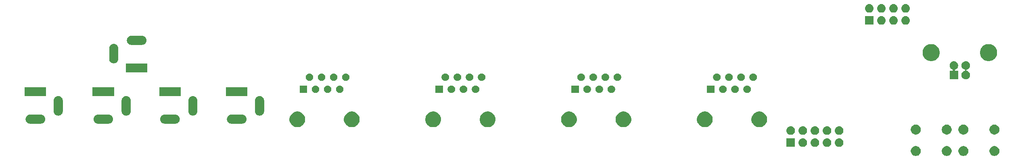
<source format=gbr>
G04 #@! TF.GenerationSoftware,KiCad,Pcbnew,(5.1.4)-1*
G04 #@! TF.CreationDate,2020-09-16T17:38:36+01:00*
G04 #@! TF.ProjectId,reflex-io-board,7265666c-6578-42d6-996f-2d626f617264,rev?*
G04 #@! TF.SameCoordinates,Original*
G04 #@! TF.FileFunction,Soldermask,Bot*
G04 #@! TF.FilePolarity,Negative*
%FSLAX46Y46*%
G04 Gerber Fmt 4.6, Leading zero omitted, Abs format (unit mm)*
G04 Created by KiCad (PCBNEW (5.1.4)-1) date 2020-09-16 17:38:36*
%MOMM*%
%LPD*%
G04 APERTURE LIST*
%ADD10C,0.100000*%
G04 APERTURE END LIST*
D10*
G36*
X251306564Y-136989389D02*
G01*
X251497833Y-137068615D01*
X251497835Y-137068616D01*
X251524513Y-137086442D01*
X251669973Y-137183635D01*
X251816365Y-137330027D01*
X251931385Y-137502167D01*
X252010611Y-137693436D01*
X252051000Y-137896484D01*
X252051000Y-138103516D01*
X252010611Y-138306564D01*
X251931385Y-138497833D01*
X251931384Y-138497835D01*
X251816365Y-138669973D01*
X251669973Y-138816365D01*
X251497835Y-138931384D01*
X251497834Y-138931385D01*
X251497833Y-138931385D01*
X251306564Y-139010611D01*
X251103516Y-139051000D01*
X250896484Y-139051000D01*
X250693436Y-139010611D01*
X250502167Y-138931385D01*
X250502166Y-138931385D01*
X250502165Y-138931384D01*
X250330027Y-138816365D01*
X250183635Y-138669973D01*
X250068616Y-138497835D01*
X250068615Y-138497833D01*
X249989389Y-138306564D01*
X249949000Y-138103516D01*
X249949000Y-137896484D01*
X249989389Y-137693436D01*
X250068615Y-137502167D01*
X250183635Y-137330027D01*
X250330027Y-137183635D01*
X250475487Y-137086442D01*
X250502165Y-137068616D01*
X250502167Y-137068615D01*
X250693436Y-136989389D01*
X250896484Y-136949000D01*
X251103516Y-136949000D01*
X251306564Y-136989389D01*
X251306564Y-136989389D01*
G37*
G36*
X241306564Y-136989389D02*
G01*
X241497833Y-137068615D01*
X241497835Y-137068616D01*
X241524513Y-137086442D01*
X241669973Y-137183635D01*
X241816365Y-137330027D01*
X241931385Y-137502167D01*
X242010611Y-137693436D01*
X242051000Y-137896484D01*
X242051000Y-138103516D01*
X242010611Y-138306564D01*
X241931385Y-138497833D01*
X241931384Y-138497835D01*
X241816365Y-138669973D01*
X241669973Y-138816365D01*
X241497835Y-138931384D01*
X241497834Y-138931385D01*
X241497833Y-138931385D01*
X241306564Y-139010611D01*
X241103516Y-139051000D01*
X240896484Y-139051000D01*
X240693436Y-139010611D01*
X240502167Y-138931385D01*
X240502166Y-138931385D01*
X240502165Y-138931384D01*
X240330027Y-138816365D01*
X240183635Y-138669973D01*
X240068616Y-138497835D01*
X240068615Y-138497833D01*
X239989389Y-138306564D01*
X239949000Y-138103516D01*
X239949000Y-137896484D01*
X239989389Y-137693436D01*
X240068615Y-137502167D01*
X240183635Y-137330027D01*
X240330027Y-137183635D01*
X240475487Y-137086442D01*
X240502165Y-137068616D01*
X240502167Y-137068615D01*
X240693436Y-136989389D01*
X240896484Y-136949000D01*
X241103516Y-136949000D01*
X241306564Y-136989389D01*
X241306564Y-136989389D01*
G37*
G36*
X234806564Y-136989389D02*
G01*
X234997833Y-137068615D01*
X234997835Y-137068616D01*
X235024513Y-137086442D01*
X235169973Y-137183635D01*
X235316365Y-137330027D01*
X235431385Y-137502167D01*
X235510611Y-137693436D01*
X235551000Y-137896484D01*
X235551000Y-138103516D01*
X235510611Y-138306564D01*
X235431385Y-138497833D01*
X235431384Y-138497835D01*
X235316365Y-138669973D01*
X235169973Y-138816365D01*
X234997835Y-138931384D01*
X234997834Y-138931385D01*
X234997833Y-138931385D01*
X234806564Y-139010611D01*
X234603516Y-139051000D01*
X234396484Y-139051000D01*
X234193436Y-139010611D01*
X234002167Y-138931385D01*
X234002166Y-138931385D01*
X234002165Y-138931384D01*
X233830027Y-138816365D01*
X233683635Y-138669973D01*
X233568616Y-138497835D01*
X233568615Y-138497833D01*
X233489389Y-138306564D01*
X233449000Y-138103516D01*
X233449000Y-137896484D01*
X233489389Y-137693436D01*
X233568615Y-137502167D01*
X233683635Y-137330027D01*
X233830027Y-137183635D01*
X233975487Y-137086442D01*
X234002165Y-137068616D01*
X234002167Y-137068615D01*
X234193436Y-136989389D01*
X234396484Y-136949000D01*
X234603516Y-136949000D01*
X234806564Y-136989389D01*
X234806564Y-136989389D01*
G37*
G36*
X244806564Y-136989389D02*
G01*
X244997833Y-137068615D01*
X244997835Y-137068616D01*
X245024513Y-137086442D01*
X245169973Y-137183635D01*
X245316365Y-137330027D01*
X245431385Y-137502167D01*
X245510611Y-137693436D01*
X245551000Y-137896484D01*
X245551000Y-138103516D01*
X245510611Y-138306564D01*
X245431385Y-138497833D01*
X245431384Y-138497835D01*
X245316365Y-138669973D01*
X245169973Y-138816365D01*
X244997835Y-138931384D01*
X244997834Y-138931385D01*
X244997833Y-138931385D01*
X244806564Y-139010611D01*
X244603516Y-139051000D01*
X244396484Y-139051000D01*
X244193436Y-139010611D01*
X244002167Y-138931385D01*
X244002166Y-138931385D01*
X244002165Y-138931384D01*
X243830027Y-138816365D01*
X243683635Y-138669973D01*
X243568616Y-138497835D01*
X243568615Y-138497833D01*
X243489389Y-138306564D01*
X243449000Y-138103516D01*
X243449000Y-137896484D01*
X243489389Y-137693436D01*
X243568615Y-137502167D01*
X243683635Y-137330027D01*
X243830027Y-137183635D01*
X243975487Y-137086442D01*
X244002165Y-137068616D01*
X244002167Y-137068615D01*
X244193436Y-136989389D01*
X244396484Y-136949000D01*
X244603516Y-136949000D01*
X244806564Y-136989389D01*
X244806564Y-136989389D01*
G37*
G36*
X213440442Y-135355518D02*
G01*
X213506627Y-135362037D01*
X213676466Y-135413557D01*
X213832991Y-135497222D01*
X213868729Y-135526552D01*
X213970186Y-135609814D01*
X214053448Y-135711271D01*
X214082778Y-135747009D01*
X214166443Y-135903534D01*
X214217963Y-136073373D01*
X214235359Y-136250000D01*
X214217963Y-136426627D01*
X214166443Y-136596466D01*
X214082778Y-136752991D01*
X214053448Y-136788729D01*
X213970186Y-136890186D01*
X213868729Y-136973448D01*
X213832991Y-137002778D01*
X213676466Y-137086443D01*
X213506627Y-137137963D01*
X213440442Y-137144482D01*
X213374260Y-137151000D01*
X213285740Y-137151000D01*
X213219558Y-137144482D01*
X213153373Y-137137963D01*
X212983534Y-137086443D01*
X212827009Y-137002778D01*
X212791271Y-136973448D01*
X212689814Y-136890186D01*
X212606552Y-136788729D01*
X212577222Y-136752991D01*
X212493557Y-136596466D01*
X212442037Y-136426627D01*
X212424641Y-136250000D01*
X212442037Y-136073373D01*
X212493557Y-135903534D01*
X212577222Y-135747009D01*
X212606552Y-135711271D01*
X212689814Y-135609814D01*
X212791271Y-135526552D01*
X212827009Y-135497222D01*
X212983534Y-135413557D01*
X213153373Y-135362037D01*
X213219558Y-135355518D01*
X213285740Y-135349000D01*
X213374260Y-135349000D01*
X213440442Y-135355518D01*
X213440442Y-135355518D01*
G37*
G36*
X218520442Y-135355518D02*
G01*
X218586627Y-135362037D01*
X218756466Y-135413557D01*
X218912991Y-135497222D01*
X218948729Y-135526552D01*
X219050186Y-135609814D01*
X219133448Y-135711271D01*
X219162778Y-135747009D01*
X219246443Y-135903534D01*
X219297963Y-136073373D01*
X219315359Y-136250000D01*
X219297963Y-136426627D01*
X219246443Y-136596466D01*
X219162778Y-136752991D01*
X219133448Y-136788729D01*
X219050186Y-136890186D01*
X218948729Y-136973448D01*
X218912991Y-137002778D01*
X218756466Y-137086443D01*
X218586627Y-137137963D01*
X218520442Y-137144482D01*
X218454260Y-137151000D01*
X218365740Y-137151000D01*
X218299558Y-137144482D01*
X218233373Y-137137963D01*
X218063534Y-137086443D01*
X217907009Y-137002778D01*
X217871271Y-136973448D01*
X217769814Y-136890186D01*
X217686552Y-136788729D01*
X217657222Y-136752991D01*
X217573557Y-136596466D01*
X217522037Y-136426627D01*
X217504641Y-136250000D01*
X217522037Y-136073373D01*
X217573557Y-135903534D01*
X217657222Y-135747009D01*
X217686552Y-135711271D01*
X217769814Y-135609814D01*
X217871271Y-135526552D01*
X217907009Y-135497222D01*
X218063534Y-135413557D01*
X218233373Y-135362037D01*
X218299558Y-135355518D01*
X218365740Y-135349000D01*
X218454260Y-135349000D01*
X218520442Y-135355518D01*
X218520442Y-135355518D01*
G37*
G36*
X215980442Y-135355518D02*
G01*
X216046627Y-135362037D01*
X216216466Y-135413557D01*
X216372991Y-135497222D01*
X216408729Y-135526552D01*
X216510186Y-135609814D01*
X216593448Y-135711271D01*
X216622778Y-135747009D01*
X216706443Y-135903534D01*
X216757963Y-136073373D01*
X216775359Y-136250000D01*
X216757963Y-136426627D01*
X216706443Y-136596466D01*
X216622778Y-136752991D01*
X216593448Y-136788729D01*
X216510186Y-136890186D01*
X216408729Y-136973448D01*
X216372991Y-137002778D01*
X216216466Y-137086443D01*
X216046627Y-137137963D01*
X215980442Y-137144482D01*
X215914260Y-137151000D01*
X215825740Y-137151000D01*
X215759558Y-137144482D01*
X215693373Y-137137963D01*
X215523534Y-137086443D01*
X215367009Y-137002778D01*
X215331271Y-136973448D01*
X215229814Y-136890186D01*
X215146552Y-136788729D01*
X215117222Y-136752991D01*
X215033557Y-136596466D01*
X214982037Y-136426627D01*
X214964641Y-136250000D01*
X214982037Y-136073373D01*
X215033557Y-135903534D01*
X215117222Y-135747009D01*
X215146552Y-135711271D01*
X215229814Y-135609814D01*
X215331271Y-135526552D01*
X215367009Y-135497222D01*
X215523534Y-135413557D01*
X215693373Y-135362037D01*
X215759558Y-135355518D01*
X215825740Y-135349000D01*
X215914260Y-135349000D01*
X215980442Y-135355518D01*
X215980442Y-135355518D01*
G37*
G36*
X210900442Y-135355518D02*
G01*
X210966627Y-135362037D01*
X211136466Y-135413557D01*
X211292991Y-135497222D01*
X211328729Y-135526552D01*
X211430186Y-135609814D01*
X211513448Y-135711271D01*
X211542778Y-135747009D01*
X211626443Y-135903534D01*
X211677963Y-136073373D01*
X211695359Y-136250000D01*
X211677963Y-136426627D01*
X211626443Y-136596466D01*
X211542778Y-136752991D01*
X211513448Y-136788729D01*
X211430186Y-136890186D01*
X211328729Y-136973448D01*
X211292991Y-137002778D01*
X211136466Y-137086443D01*
X210966627Y-137137963D01*
X210900442Y-137144482D01*
X210834260Y-137151000D01*
X210745740Y-137151000D01*
X210679558Y-137144482D01*
X210613373Y-137137963D01*
X210443534Y-137086443D01*
X210287009Y-137002778D01*
X210251271Y-136973448D01*
X210149814Y-136890186D01*
X210066552Y-136788729D01*
X210037222Y-136752991D01*
X209953557Y-136596466D01*
X209902037Y-136426627D01*
X209884641Y-136250000D01*
X209902037Y-136073373D01*
X209953557Y-135903534D01*
X210037222Y-135747009D01*
X210066552Y-135711271D01*
X210149814Y-135609814D01*
X210251271Y-135526552D01*
X210287009Y-135497222D01*
X210443534Y-135413557D01*
X210613373Y-135362037D01*
X210679558Y-135355518D01*
X210745740Y-135349000D01*
X210834260Y-135349000D01*
X210900442Y-135355518D01*
X210900442Y-135355518D01*
G37*
G36*
X209151000Y-137151000D02*
G01*
X207349000Y-137151000D01*
X207349000Y-135349000D01*
X209151000Y-135349000D01*
X209151000Y-137151000D01*
X209151000Y-137151000D01*
G37*
G36*
X210900443Y-132815519D02*
G01*
X210966627Y-132822037D01*
X211136466Y-132873557D01*
X211292991Y-132957222D01*
X211328729Y-132986552D01*
X211430186Y-133069814D01*
X211513448Y-133171271D01*
X211542778Y-133207009D01*
X211626443Y-133363534D01*
X211677963Y-133533373D01*
X211695359Y-133710000D01*
X211677963Y-133886627D01*
X211626443Y-134056466D01*
X211542778Y-134212991D01*
X211513448Y-134248729D01*
X211430186Y-134350186D01*
X211331244Y-134431384D01*
X211292991Y-134462778D01*
X211136466Y-134546443D01*
X210966627Y-134597963D01*
X210900443Y-134604481D01*
X210834260Y-134611000D01*
X210745740Y-134611000D01*
X210679557Y-134604481D01*
X210613373Y-134597963D01*
X210443534Y-134546443D01*
X210287009Y-134462778D01*
X210248756Y-134431384D01*
X210149814Y-134350186D01*
X210066552Y-134248729D01*
X210037222Y-134212991D01*
X209953557Y-134056466D01*
X209902037Y-133886627D01*
X209884641Y-133710000D01*
X209902037Y-133533373D01*
X209953557Y-133363534D01*
X210037222Y-133207009D01*
X210066552Y-133171271D01*
X210149814Y-133069814D01*
X210251271Y-132986552D01*
X210287009Y-132957222D01*
X210443534Y-132873557D01*
X210613373Y-132822037D01*
X210679557Y-132815519D01*
X210745740Y-132809000D01*
X210834260Y-132809000D01*
X210900443Y-132815519D01*
X210900443Y-132815519D01*
G37*
G36*
X215980443Y-132815519D02*
G01*
X216046627Y-132822037D01*
X216216466Y-132873557D01*
X216372991Y-132957222D01*
X216408729Y-132986552D01*
X216510186Y-133069814D01*
X216593448Y-133171271D01*
X216622778Y-133207009D01*
X216706443Y-133363534D01*
X216757963Y-133533373D01*
X216775359Y-133710000D01*
X216757963Y-133886627D01*
X216706443Y-134056466D01*
X216622778Y-134212991D01*
X216593448Y-134248729D01*
X216510186Y-134350186D01*
X216411244Y-134431384D01*
X216372991Y-134462778D01*
X216216466Y-134546443D01*
X216046627Y-134597963D01*
X215980443Y-134604481D01*
X215914260Y-134611000D01*
X215825740Y-134611000D01*
X215759557Y-134604481D01*
X215693373Y-134597963D01*
X215523534Y-134546443D01*
X215367009Y-134462778D01*
X215328756Y-134431384D01*
X215229814Y-134350186D01*
X215146552Y-134248729D01*
X215117222Y-134212991D01*
X215033557Y-134056466D01*
X214982037Y-133886627D01*
X214964641Y-133710000D01*
X214982037Y-133533373D01*
X215033557Y-133363534D01*
X215117222Y-133207009D01*
X215146552Y-133171271D01*
X215229814Y-133069814D01*
X215331271Y-132986552D01*
X215367009Y-132957222D01*
X215523534Y-132873557D01*
X215693373Y-132822037D01*
X215759557Y-132815519D01*
X215825740Y-132809000D01*
X215914260Y-132809000D01*
X215980443Y-132815519D01*
X215980443Y-132815519D01*
G37*
G36*
X213440443Y-132815519D02*
G01*
X213506627Y-132822037D01*
X213676466Y-132873557D01*
X213832991Y-132957222D01*
X213868729Y-132986552D01*
X213970186Y-133069814D01*
X214053448Y-133171271D01*
X214082778Y-133207009D01*
X214166443Y-133363534D01*
X214217963Y-133533373D01*
X214235359Y-133710000D01*
X214217963Y-133886627D01*
X214166443Y-134056466D01*
X214082778Y-134212991D01*
X214053448Y-134248729D01*
X213970186Y-134350186D01*
X213871244Y-134431384D01*
X213832991Y-134462778D01*
X213676466Y-134546443D01*
X213506627Y-134597963D01*
X213440443Y-134604481D01*
X213374260Y-134611000D01*
X213285740Y-134611000D01*
X213219557Y-134604481D01*
X213153373Y-134597963D01*
X212983534Y-134546443D01*
X212827009Y-134462778D01*
X212788756Y-134431384D01*
X212689814Y-134350186D01*
X212606552Y-134248729D01*
X212577222Y-134212991D01*
X212493557Y-134056466D01*
X212442037Y-133886627D01*
X212424641Y-133710000D01*
X212442037Y-133533373D01*
X212493557Y-133363534D01*
X212577222Y-133207009D01*
X212606552Y-133171271D01*
X212689814Y-133069814D01*
X212791271Y-132986552D01*
X212827009Y-132957222D01*
X212983534Y-132873557D01*
X213153373Y-132822037D01*
X213219557Y-132815519D01*
X213285740Y-132809000D01*
X213374260Y-132809000D01*
X213440443Y-132815519D01*
X213440443Y-132815519D01*
G37*
G36*
X208360443Y-132815519D02*
G01*
X208426627Y-132822037D01*
X208596466Y-132873557D01*
X208752991Y-132957222D01*
X208788729Y-132986552D01*
X208890186Y-133069814D01*
X208973448Y-133171271D01*
X209002778Y-133207009D01*
X209086443Y-133363534D01*
X209137963Y-133533373D01*
X209155359Y-133710000D01*
X209137963Y-133886627D01*
X209086443Y-134056466D01*
X209002778Y-134212991D01*
X208973448Y-134248729D01*
X208890186Y-134350186D01*
X208791244Y-134431384D01*
X208752991Y-134462778D01*
X208596466Y-134546443D01*
X208426627Y-134597963D01*
X208360443Y-134604481D01*
X208294260Y-134611000D01*
X208205740Y-134611000D01*
X208139557Y-134604481D01*
X208073373Y-134597963D01*
X207903534Y-134546443D01*
X207747009Y-134462778D01*
X207708756Y-134431384D01*
X207609814Y-134350186D01*
X207526552Y-134248729D01*
X207497222Y-134212991D01*
X207413557Y-134056466D01*
X207362037Y-133886627D01*
X207344641Y-133710000D01*
X207362037Y-133533373D01*
X207413557Y-133363534D01*
X207497222Y-133207009D01*
X207526552Y-133171271D01*
X207609814Y-133069814D01*
X207711271Y-132986552D01*
X207747009Y-132957222D01*
X207903534Y-132873557D01*
X208073373Y-132822037D01*
X208139557Y-132815519D01*
X208205740Y-132809000D01*
X208294260Y-132809000D01*
X208360443Y-132815519D01*
X208360443Y-132815519D01*
G37*
G36*
X218520443Y-132815519D02*
G01*
X218586627Y-132822037D01*
X218756466Y-132873557D01*
X218912991Y-132957222D01*
X218948729Y-132986552D01*
X219050186Y-133069814D01*
X219133448Y-133171271D01*
X219162778Y-133207009D01*
X219246443Y-133363534D01*
X219297963Y-133533373D01*
X219315359Y-133710000D01*
X219297963Y-133886627D01*
X219246443Y-134056466D01*
X219162778Y-134212991D01*
X219133448Y-134248729D01*
X219050186Y-134350186D01*
X218951244Y-134431384D01*
X218912991Y-134462778D01*
X218756466Y-134546443D01*
X218586627Y-134597963D01*
X218520443Y-134604481D01*
X218454260Y-134611000D01*
X218365740Y-134611000D01*
X218299557Y-134604481D01*
X218233373Y-134597963D01*
X218063534Y-134546443D01*
X217907009Y-134462778D01*
X217868756Y-134431384D01*
X217769814Y-134350186D01*
X217686552Y-134248729D01*
X217657222Y-134212991D01*
X217573557Y-134056466D01*
X217522037Y-133886627D01*
X217504641Y-133710000D01*
X217522037Y-133533373D01*
X217573557Y-133363534D01*
X217657222Y-133207009D01*
X217686552Y-133171271D01*
X217769814Y-133069814D01*
X217871271Y-132986552D01*
X217907009Y-132957222D01*
X218063534Y-132873557D01*
X218233373Y-132822037D01*
X218299557Y-132815519D01*
X218365740Y-132809000D01*
X218454260Y-132809000D01*
X218520443Y-132815519D01*
X218520443Y-132815519D01*
G37*
G36*
X241306564Y-132489389D02*
G01*
X241497833Y-132568615D01*
X241497835Y-132568616D01*
X241669973Y-132683635D01*
X241816365Y-132830027D01*
X241930606Y-133001000D01*
X241931385Y-133002167D01*
X242010611Y-133193436D01*
X242051000Y-133396484D01*
X242051000Y-133603516D01*
X242010611Y-133806564D01*
X241931385Y-133997833D01*
X241931384Y-133997835D01*
X241816365Y-134169973D01*
X241669973Y-134316365D01*
X241497835Y-134431384D01*
X241497834Y-134431385D01*
X241497833Y-134431385D01*
X241306564Y-134510611D01*
X241103516Y-134551000D01*
X240896484Y-134551000D01*
X240693436Y-134510611D01*
X240502167Y-134431385D01*
X240502166Y-134431385D01*
X240502165Y-134431384D01*
X240330027Y-134316365D01*
X240183635Y-134169973D01*
X240068616Y-133997835D01*
X240068615Y-133997833D01*
X239989389Y-133806564D01*
X239949000Y-133603516D01*
X239949000Y-133396484D01*
X239989389Y-133193436D01*
X240068615Y-133002167D01*
X240069395Y-133001000D01*
X240183635Y-132830027D01*
X240330027Y-132683635D01*
X240502165Y-132568616D01*
X240502167Y-132568615D01*
X240693436Y-132489389D01*
X240896484Y-132449000D01*
X241103516Y-132449000D01*
X241306564Y-132489389D01*
X241306564Y-132489389D01*
G37*
G36*
X234806564Y-132489389D02*
G01*
X234997833Y-132568615D01*
X234997835Y-132568616D01*
X235169973Y-132683635D01*
X235316365Y-132830027D01*
X235430606Y-133001000D01*
X235431385Y-133002167D01*
X235510611Y-133193436D01*
X235551000Y-133396484D01*
X235551000Y-133603516D01*
X235510611Y-133806564D01*
X235431385Y-133997833D01*
X235431384Y-133997835D01*
X235316365Y-134169973D01*
X235169973Y-134316365D01*
X234997835Y-134431384D01*
X234997834Y-134431385D01*
X234997833Y-134431385D01*
X234806564Y-134510611D01*
X234603516Y-134551000D01*
X234396484Y-134551000D01*
X234193436Y-134510611D01*
X234002167Y-134431385D01*
X234002166Y-134431385D01*
X234002165Y-134431384D01*
X233830027Y-134316365D01*
X233683635Y-134169973D01*
X233568616Y-133997835D01*
X233568615Y-133997833D01*
X233489389Y-133806564D01*
X233449000Y-133603516D01*
X233449000Y-133396484D01*
X233489389Y-133193436D01*
X233568615Y-133002167D01*
X233569395Y-133001000D01*
X233683635Y-132830027D01*
X233830027Y-132683635D01*
X234002165Y-132568616D01*
X234002167Y-132568615D01*
X234193436Y-132489389D01*
X234396484Y-132449000D01*
X234603516Y-132449000D01*
X234806564Y-132489389D01*
X234806564Y-132489389D01*
G37*
G36*
X251306564Y-132489389D02*
G01*
X251497833Y-132568615D01*
X251497835Y-132568616D01*
X251669973Y-132683635D01*
X251816365Y-132830027D01*
X251930606Y-133001000D01*
X251931385Y-133002167D01*
X252010611Y-133193436D01*
X252051000Y-133396484D01*
X252051000Y-133603516D01*
X252010611Y-133806564D01*
X251931385Y-133997833D01*
X251931384Y-133997835D01*
X251816365Y-134169973D01*
X251669973Y-134316365D01*
X251497835Y-134431384D01*
X251497834Y-134431385D01*
X251497833Y-134431385D01*
X251306564Y-134510611D01*
X251103516Y-134551000D01*
X250896484Y-134551000D01*
X250693436Y-134510611D01*
X250502167Y-134431385D01*
X250502166Y-134431385D01*
X250502165Y-134431384D01*
X250330027Y-134316365D01*
X250183635Y-134169973D01*
X250068616Y-133997835D01*
X250068615Y-133997833D01*
X249989389Y-133806564D01*
X249949000Y-133603516D01*
X249949000Y-133396484D01*
X249989389Y-133193436D01*
X250068615Y-133002167D01*
X250069395Y-133001000D01*
X250183635Y-132830027D01*
X250330027Y-132683635D01*
X250502165Y-132568616D01*
X250502167Y-132568615D01*
X250693436Y-132489389D01*
X250896484Y-132449000D01*
X251103516Y-132449000D01*
X251306564Y-132489389D01*
X251306564Y-132489389D01*
G37*
G36*
X244806564Y-132489389D02*
G01*
X244997833Y-132568615D01*
X244997835Y-132568616D01*
X245169973Y-132683635D01*
X245316365Y-132830027D01*
X245430606Y-133001000D01*
X245431385Y-133002167D01*
X245510611Y-133193436D01*
X245551000Y-133396484D01*
X245551000Y-133603516D01*
X245510611Y-133806564D01*
X245431385Y-133997833D01*
X245431384Y-133997835D01*
X245316365Y-134169973D01*
X245169973Y-134316365D01*
X244997835Y-134431384D01*
X244997834Y-134431385D01*
X244997833Y-134431385D01*
X244806564Y-134510611D01*
X244603516Y-134551000D01*
X244396484Y-134551000D01*
X244193436Y-134510611D01*
X244002167Y-134431385D01*
X244002166Y-134431385D01*
X244002165Y-134431384D01*
X243830027Y-134316365D01*
X243683635Y-134169973D01*
X243568616Y-133997835D01*
X243568615Y-133997833D01*
X243489389Y-133806564D01*
X243449000Y-133603516D01*
X243449000Y-133396484D01*
X243489389Y-133193436D01*
X243568615Y-133002167D01*
X243569395Y-133001000D01*
X243683635Y-132830027D01*
X243830027Y-132683635D01*
X244002165Y-132568616D01*
X244002167Y-132568615D01*
X244193436Y-132489389D01*
X244396484Y-132449000D01*
X244603516Y-132449000D01*
X244806564Y-132489389D01*
X244806564Y-132489389D01*
G37*
G36*
X190605256Y-129741298D02*
G01*
X190711579Y-129762447D01*
X191012042Y-129886903D01*
X191282451Y-130067585D01*
X191512415Y-130297549D01*
X191693097Y-130567958D01*
X191817553Y-130868421D01*
X191838702Y-130974744D01*
X191881000Y-131187389D01*
X191881000Y-131512611D01*
X191817553Y-131831578D01*
X191708626Y-132094553D01*
X191693097Y-132132042D01*
X191512415Y-132402451D01*
X191282451Y-132632415D01*
X191012042Y-132813097D01*
X191012041Y-132813098D01*
X191012040Y-132813098D01*
X190924037Y-132849550D01*
X190711579Y-132937553D01*
X190612701Y-132957221D01*
X190392611Y-133001000D01*
X190067389Y-133001000D01*
X189847299Y-132957221D01*
X189748421Y-132937553D01*
X189535963Y-132849550D01*
X189447960Y-132813098D01*
X189447959Y-132813098D01*
X189447958Y-132813097D01*
X189177549Y-132632415D01*
X188947585Y-132402451D01*
X188766903Y-132132042D01*
X188751375Y-132094553D01*
X188642447Y-131831578D01*
X188579000Y-131512611D01*
X188579000Y-131187389D01*
X188621298Y-130974744D01*
X188642447Y-130868421D01*
X188766903Y-130567958D01*
X188947585Y-130297549D01*
X189177549Y-130067585D01*
X189447958Y-129886903D01*
X189748421Y-129762447D01*
X189854744Y-129741298D01*
X190067389Y-129699000D01*
X190392611Y-129699000D01*
X190605256Y-129741298D01*
X190605256Y-129741298D01*
G37*
G36*
X173535256Y-129741298D02*
G01*
X173641579Y-129762447D01*
X173942042Y-129886903D01*
X174212451Y-130067585D01*
X174442415Y-130297549D01*
X174623097Y-130567958D01*
X174747553Y-130868421D01*
X174768702Y-130974744D01*
X174811000Y-131187389D01*
X174811000Y-131512611D01*
X174747553Y-131831578D01*
X174638626Y-132094553D01*
X174623097Y-132132042D01*
X174442415Y-132402451D01*
X174212451Y-132632415D01*
X173942042Y-132813097D01*
X173942041Y-132813098D01*
X173942040Y-132813098D01*
X173854037Y-132849550D01*
X173641579Y-132937553D01*
X173542701Y-132957221D01*
X173322611Y-133001000D01*
X172997389Y-133001000D01*
X172777299Y-132957221D01*
X172678421Y-132937553D01*
X172465963Y-132849550D01*
X172377960Y-132813098D01*
X172377959Y-132813098D01*
X172377958Y-132813097D01*
X172107549Y-132632415D01*
X171877585Y-132402451D01*
X171696903Y-132132042D01*
X171681375Y-132094553D01*
X171572447Y-131831578D01*
X171509000Y-131512611D01*
X171509000Y-131187389D01*
X171551298Y-130974744D01*
X171572447Y-130868421D01*
X171696903Y-130567958D01*
X171877585Y-130297549D01*
X172107549Y-130067585D01*
X172377958Y-129886903D01*
X172678421Y-129762447D01*
X172784744Y-129741298D01*
X172997389Y-129699000D01*
X173322611Y-129699000D01*
X173535256Y-129741298D01*
X173535256Y-129741298D01*
G37*
G36*
X162105256Y-129741298D02*
G01*
X162211579Y-129762447D01*
X162512042Y-129886903D01*
X162782451Y-130067585D01*
X163012415Y-130297549D01*
X163193097Y-130567958D01*
X163317553Y-130868421D01*
X163338702Y-130974744D01*
X163381000Y-131187389D01*
X163381000Y-131512611D01*
X163317553Y-131831578D01*
X163208626Y-132094553D01*
X163193097Y-132132042D01*
X163012415Y-132402451D01*
X162782451Y-132632415D01*
X162512042Y-132813097D01*
X162512041Y-132813098D01*
X162512040Y-132813098D01*
X162424037Y-132849550D01*
X162211579Y-132937553D01*
X162112701Y-132957221D01*
X161892611Y-133001000D01*
X161567389Y-133001000D01*
X161347299Y-132957221D01*
X161248421Y-132937553D01*
X161035963Y-132849550D01*
X160947960Y-132813098D01*
X160947959Y-132813098D01*
X160947958Y-132813097D01*
X160677549Y-132632415D01*
X160447585Y-132402451D01*
X160266903Y-132132042D01*
X160251375Y-132094553D01*
X160142447Y-131831578D01*
X160079000Y-131512611D01*
X160079000Y-131187389D01*
X160121298Y-130974744D01*
X160142447Y-130868421D01*
X160266903Y-130567958D01*
X160447585Y-130297549D01*
X160677549Y-130067585D01*
X160947958Y-129886903D01*
X161248421Y-129762447D01*
X161354744Y-129741298D01*
X161567389Y-129699000D01*
X161892611Y-129699000D01*
X162105256Y-129741298D01*
X162105256Y-129741298D01*
G37*
G36*
X202035256Y-129741298D02*
G01*
X202141579Y-129762447D01*
X202442042Y-129886903D01*
X202712451Y-130067585D01*
X202942415Y-130297549D01*
X203123097Y-130567958D01*
X203247553Y-130868421D01*
X203268702Y-130974744D01*
X203311000Y-131187389D01*
X203311000Y-131512611D01*
X203247553Y-131831578D01*
X203138626Y-132094553D01*
X203123097Y-132132042D01*
X202942415Y-132402451D01*
X202712451Y-132632415D01*
X202442042Y-132813097D01*
X202442041Y-132813098D01*
X202442040Y-132813098D01*
X202354037Y-132849550D01*
X202141579Y-132937553D01*
X202042701Y-132957221D01*
X201822611Y-133001000D01*
X201497389Y-133001000D01*
X201277299Y-132957221D01*
X201178421Y-132937553D01*
X200965963Y-132849550D01*
X200877960Y-132813098D01*
X200877959Y-132813098D01*
X200877958Y-132813097D01*
X200607549Y-132632415D01*
X200377585Y-132402451D01*
X200196903Y-132132042D01*
X200181375Y-132094553D01*
X200072447Y-131831578D01*
X200009000Y-131512611D01*
X200009000Y-131187389D01*
X200051298Y-130974744D01*
X200072447Y-130868421D01*
X200196903Y-130567958D01*
X200377585Y-130297549D01*
X200607549Y-130067585D01*
X200877958Y-129886903D01*
X201178421Y-129762447D01*
X201284744Y-129741298D01*
X201497389Y-129699000D01*
X201822611Y-129699000D01*
X202035256Y-129741298D01*
X202035256Y-129741298D01*
G37*
G36*
X116535256Y-129741298D02*
G01*
X116641579Y-129762447D01*
X116942042Y-129886903D01*
X117212451Y-130067585D01*
X117442415Y-130297549D01*
X117623097Y-130567958D01*
X117747553Y-130868421D01*
X117768702Y-130974744D01*
X117811000Y-131187389D01*
X117811000Y-131512611D01*
X117747553Y-131831578D01*
X117638626Y-132094553D01*
X117623097Y-132132042D01*
X117442415Y-132402451D01*
X117212451Y-132632415D01*
X116942042Y-132813097D01*
X116942041Y-132813098D01*
X116942040Y-132813098D01*
X116854037Y-132849550D01*
X116641579Y-132937553D01*
X116542701Y-132957221D01*
X116322611Y-133001000D01*
X115997389Y-133001000D01*
X115777299Y-132957221D01*
X115678421Y-132937553D01*
X115465963Y-132849550D01*
X115377960Y-132813098D01*
X115377959Y-132813098D01*
X115377958Y-132813097D01*
X115107549Y-132632415D01*
X114877585Y-132402451D01*
X114696903Y-132132042D01*
X114681375Y-132094553D01*
X114572447Y-131831578D01*
X114509000Y-131512611D01*
X114509000Y-131187389D01*
X114551298Y-130974744D01*
X114572447Y-130868421D01*
X114696903Y-130567958D01*
X114877585Y-130297549D01*
X115107549Y-130067585D01*
X115377958Y-129886903D01*
X115678421Y-129762447D01*
X115784744Y-129741298D01*
X115997389Y-129699000D01*
X116322611Y-129699000D01*
X116535256Y-129741298D01*
X116535256Y-129741298D01*
G37*
G36*
X145035256Y-129741298D02*
G01*
X145141579Y-129762447D01*
X145442042Y-129886903D01*
X145712451Y-130067585D01*
X145942415Y-130297549D01*
X146123097Y-130567958D01*
X146247553Y-130868421D01*
X146268702Y-130974744D01*
X146311000Y-131187389D01*
X146311000Y-131512611D01*
X146247553Y-131831578D01*
X146138626Y-132094553D01*
X146123097Y-132132042D01*
X145942415Y-132402451D01*
X145712451Y-132632415D01*
X145442042Y-132813097D01*
X145442041Y-132813098D01*
X145442040Y-132813098D01*
X145354037Y-132849550D01*
X145141579Y-132937553D01*
X145042701Y-132957221D01*
X144822611Y-133001000D01*
X144497389Y-133001000D01*
X144277299Y-132957221D01*
X144178421Y-132937553D01*
X143965963Y-132849550D01*
X143877960Y-132813098D01*
X143877959Y-132813098D01*
X143877958Y-132813097D01*
X143607549Y-132632415D01*
X143377585Y-132402451D01*
X143196903Y-132132042D01*
X143181375Y-132094553D01*
X143072447Y-131831578D01*
X143009000Y-131512611D01*
X143009000Y-131187389D01*
X143051298Y-130974744D01*
X143072447Y-130868421D01*
X143196903Y-130567958D01*
X143377585Y-130297549D01*
X143607549Y-130067585D01*
X143877958Y-129886903D01*
X144178421Y-129762447D01*
X144284744Y-129741298D01*
X144497389Y-129699000D01*
X144822611Y-129699000D01*
X145035256Y-129741298D01*
X145035256Y-129741298D01*
G37*
G36*
X105105256Y-129741298D02*
G01*
X105211579Y-129762447D01*
X105512042Y-129886903D01*
X105782451Y-130067585D01*
X106012415Y-130297549D01*
X106193097Y-130567958D01*
X106317553Y-130868421D01*
X106338702Y-130974744D01*
X106381000Y-131187389D01*
X106381000Y-131512611D01*
X106317553Y-131831578D01*
X106208626Y-132094553D01*
X106193097Y-132132042D01*
X106012415Y-132402451D01*
X105782451Y-132632415D01*
X105512042Y-132813097D01*
X105512041Y-132813098D01*
X105512040Y-132813098D01*
X105424037Y-132849550D01*
X105211579Y-132937553D01*
X105112701Y-132957221D01*
X104892611Y-133001000D01*
X104567389Y-133001000D01*
X104347299Y-132957221D01*
X104248421Y-132937553D01*
X104035963Y-132849550D01*
X103947960Y-132813098D01*
X103947959Y-132813098D01*
X103947958Y-132813097D01*
X103677549Y-132632415D01*
X103447585Y-132402451D01*
X103266903Y-132132042D01*
X103251375Y-132094553D01*
X103142447Y-131831578D01*
X103079000Y-131512611D01*
X103079000Y-131187389D01*
X103121298Y-130974744D01*
X103142447Y-130868421D01*
X103266903Y-130567958D01*
X103447585Y-130297549D01*
X103677549Y-130067585D01*
X103947958Y-129886903D01*
X104248421Y-129762447D01*
X104354744Y-129741298D01*
X104567389Y-129699000D01*
X104892611Y-129699000D01*
X105105256Y-129741298D01*
X105105256Y-129741298D01*
G37*
G36*
X133605256Y-129741298D02*
G01*
X133711579Y-129762447D01*
X134012042Y-129886903D01*
X134282451Y-130067585D01*
X134512415Y-130297549D01*
X134693097Y-130567958D01*
X134817553Y-130868421D01*
X134838702Y-130974744D01*
X134881000Y-131187389D01*
X134881000Y-131512611D01*
X134817553Y-131831578D01*
X134708626Y-132094553D01*
X134693097Y-132132042D01*
X134512415Y-132402451D01*
X134282451Y-132632415D01*
X134012042Y-132813097D01*
X134012041Y-132813098D01*
X134012040Y-132813098D01*
X133924037Y-132849550D01*
X133711579Y-132937553D01*
X133612701Y-132957221D01*
X133392611Y-133001000D01*
X133067389Y-133001000D01*
X132847299Y-132957221D01*
X132748421Y-132937553D01*
X132535963Y-132849550D01*
X132447960Y-132813098D01*
X132447959Y-132813098D01*
X132447958Y-132813097D01*
X132177549Y-132632415D01*
X131947585Y-132402451D01*
X131766903Y-132132042D01*
X131751375Y-132094553D01*
X131642447Y-131831578D01*
X131579000Y-131512611D01*
X131579000Y-131187389D01*
X131621298Y-130974744D01*
X131642447Y-130868421D01*
X131766903Y-130567958D01*
X131947585Y-130297549D01*
X132177549Y-130067585D01*
X132447958Y-129886903D01*
X132748421Y-129762447D01*
X132854744Y-129741298D01*
X133067389Y-129699000D01*
X133392611Y-129699000D01*
X133605256Y-129741298D01*
X133605256Y-129741298D01*
G37*
G36*
X93286425Y-130362760D02*
G01*
X93286428Y-130362761D01*
X93286429Y-130362761D01*
X93465693Y-130417140D01*
X93465696Y-130417142D01*
X93465697Y-130417142D01*
X93630903Y-130505446D01*
X93775712Y-130624288D01*
X93894554Y-130769097D01*
X93947644Y-130868422D01*
X93982860Y-130934307D01*
X94037239Y-131113571D01*
X94037240Y-131113575D01*
X94055601Y-131300000D01*
X94037240Y-131486425D01*
X94037239Y-131486428D01*
X94037239Y-131486429D01*
X93982860Y-131665693D01*
X93982858Y-131665696D01*
X93982858Y-131665697D01*
X93894554Y-131830903D01*
X93775712Y-131975712D01*
X93630903Y-132094554D01*
X93465697Y-132182858D01*
X93465693Y-132182860D01*
X93286429Y-132237239D01*
X93286428Y-132237239D01*
X93286425Y-132237240D01*
X93146718Y-132251000D01*
X90853282Y-132251000D01*
X90713575Y-132237240D01*
X90713572Y-132237239D01*
X90713571Y-132237239D01*
X90534307Y-132182860D01*
X90534303Y-132182858D01*
X90369097Y-132094554D01*
X90224288Y-131975712D01*
X90105446Y-131830903D01*
X90017142Y-131665697D01*
X90017142Y-131665696D01*
X90017140Y-131665693D01*
X89962761Y-131486429D01*
X89962761Y-131486428D01*
X89962760Y-131486425D01*
X89944399Y-131300000D01*
X89962760Y-131113575D01*
X89962761Y-131113571D01*
X90017140Y-130934307D01*
X90052356Y-130868422D01*
X90105446Y-130769097D01*
X90224288Y-130624288D01*
X90369097Y-130505446D01*
X90534303Y-130417142D01*
X90534304Y-130417142D01*
X90534307Y-130417140D01*
X90713571Y-130362761D01*
X90713572Y-130362761D01*
X90713575Y-130362760D01*
X90853282Y-130349000D01*
X93146718Y-130349000D01*
X93286425Y-130362760D01*
X93286425Y-130362760D01*
G37*
G36*
X51036425Y-130362760D02*
G01*
X51036428Y-130362761D01*
X51036429Y-130362761D01*
X51215693Y-130417140D01*
X51215696Y-130417142D01*
X51215697Y-130417142D01*
X51380903Y-130505446D01*
X51525712Y-130624288D01*
X51644554Y-130769097D01*
X51697644Y-130868422D01*
X51732860Y-130934307D01*
X51787239Y-131113571D01*
X51787240Y-131113575D01*
X51805601Y-131300000D01*
X51787240Y-131486425D01*
X51787239Y-131486428D01*
X51787239Y-131486429D01*
X51732860Y-131665693D01*
X51732858Y-131665696D01*
X51732858Y-131665697D01*
X51644554Y-131830903D01*
X51525712Y-131975712D01*
X51380903Y-132094554D01*
X51215697Y-132182858D01*
X51215693Y-132182860D01*
X51036429Y-132237239D01*
X51036428Y-132237239D01*
X51036425Y-132237240D01*
X50896718Y-132251000D01*
X48603282Y-132251000D01*
X48463575Y-132237240D01*
X48463572Y-132237239D01*
X48463571Y-132237239D01*
X48284307Y-132182860D01*
X48284303Y-132182858D01*
X48119097Y-132094554D01*
X47974288Y-131975712D01*
X47855446Y-131830903D01*
X47767142Y-131665697D01*
X47767142Y-131665696D01*
X47767140Y-131665693D01*
X47712761Y-131486429D01*
X47712761Y-131486428D01*
X47712760Y-131486425D01*
X47694399Y-131300000D01*
X47712760Y-131113575D01*
X47712761Y-131113571D01*
X47767140Y-130934307D01*
X47802356Y-130868422D01*
X47855446Y-130769097D01*
X47974288Y-130624288D01*
X48119097Y-130505446D01*
X48284303Y-130417142D01*
X48284304Y-130417142D01*
X48284307Y-130417140D01*
X48463571Y-130362761D01*
X48463572Y-130362761D01*
X48463575Y-130362760D01*
X48603282Y-130349000D01*
X50896718Y-130349000D01*
X51036425Y-130362760D01*
X51036425Y-130362760D01*
G37*
G36*
X65286425Y-130362760D02*
G01*
X65286428Y-130362761D01*
X65286429Y-130362761D01*
X65465693Y-130417140D01*
X65465696Y-130417142D01*
X65465697Y-130417142D01*
X65630903Y-130505446D01*
X65775712Y-130624288D01*
X65894554Y-130769097D01*
X65947644Y-130868422D01*
X65982860Y-130934307D01*
X66037239Y-131113571D01*
X66037240Y-131113575D01*
X66055601Y-131300000D01*
X66037240Y-131486425D01*
X66037239Y-131486428D01*
X66037239Y-131486429D01*
X65982860Y-131665693D01*
X65982858Y-131665696D01*
X65982858Y-131665697D01*
X65894554Y-131830903D01*
X65775712Y-131975712D01*
X65630903Y-132094554D01*
X65465697Y-132182858D01*
X65465693Y-132182860D01*
X65286429Y-132237239D01*
X65286428Y-132237239D01*
X65286425Y-132237240D01*
X65146718Y-132251000D01*
X62853282Y-132251000D01*
X62713575Y-132237240D01*
X62713572Y-132237239D01*
X62713571Y-132237239D01*
X62534307Y-132182860D01*
X62534303Y-132182858D01*
X62369097Y-132094554D01*
X62224288Y-131975712D01*
X62105446Y-131830903D01*
X62017142Y-131665697D01*
X62017142Y-131665696D01*
X62017140Y-131665693D01*
X61962761Y-131486429D01*
X61962761Y-131486428D01*
X61962760Y-131486425D01*
X61944399Y-131300000D01*
X61962760Y-131113575D01*
X61962761Y-131113571D01*
X62017140Y-130934307D01*
X62052356Y-130868422D01*
X62105446Y-130769097D01*
X62224288Y-130624288D01*
X62369097Y-130505446D01*
X62534303Y-130417142D01*
X62534304Y-130417142D01*
X62534307Y-130417140D01*
X62713571Y-130362761D01*
X62713572Y-130362761D01*
X62713575Y-130362760D01*
X62853282Y-130349000D01*
X65146718Y-130349000D01*
X65286425Y-130362760D01*
X65286425Y-130362760D01*
G37*
G36*
X79286425Y-130362760D02*
G01*
X79286428Y-130362761D01*
X79286429Y-130362761D01*
X79465693Y-130417140D01*
X79465696Y-130417142D01*
X79465697Y-130417142D01*
X79630903Y-130505446D01*
X79775712Y-130624288D01*
X79894554Y-130769097D01*
X79947644Y-130868422D01*
X79982860Y-130934307D01*
X80037239Y-131113571D01*
X80037240Y-131113575D01*
X80055601Y-131300000D01*
X80037240Y-131486425D01*
X80037239Y-131486428D01*
X80037239Y-131486429D01*
X79982860Y-131665693D01*
X79982858Y-131665696D01*
X79982858Y-131665697D01*
X79894554Y-131830903D01*
X79775712Y-131975712D01*
X79630903Y-132094554D01*
X79465697Y-132182858D01*
X79465693Y-132182860D01*
X79286429Y-132237239D01*
X79286428Y-132237239D01*
X79286425Y-132237240D01*
X79146718Y-132251000D01*
X76853282Y-132251000D01*
X76713575Y-132237240D01*
X76713572Y-132237239D01*
X76713571Y-132237239D01*
X76534307Y-132182860D01*
X76534303Y-132182858D01*
X76369097Y-132094554D01*
X76224288Y-131975712D01*
X76105446Y-131830903D01*
X76017142Y-131665697D01*
X76017142Y-131665696D01*
X76017140Y-131665693D01*
X75962761Y-131486429D01*
X75962761Y-131486428D01*
X75962760Y-131486425D01*
X75944399Y-131300000D01*
X75962760Y-131113575D01*
X75962761Y-131113571D01*
X76017140Y-130934307D01*
X76052356Y-130868422D01*
X76105446Y-130769097D01*
X76224288Y-130624288D01*
X76369097Y-130505446D01*
X76534303Y-130417142D01*
X76534304Y-130417142D01*
X76534307Y-130417140D01*
X76713571Y-130362761D01*
X76713572Y-130362761D01*
X76713575Y-130362760D01*
X76853282Y-130349000D01*
X79146718Y-130349000D01*
X79286425Y-130362760D01*
X79286425Y-130362760D01*
G37*
G36*
X54736424Y-126462760D02*
G01*
X54736427Y-126462761D01*
X54736428Y-126462761D01*
X54915692Y-126517140D01*
X54915695Y-126517142D01*
X54915696Y-126517142D01*
X55080903Y-126605446D01*
X55225712Y-126724288D01*
X55344554Y-126869097D01*
X55432858Y-127034303D01*
X55432860Y-127034307D01*
X55432860Y-127034308D01*
X55487240Y-127213575D01*
X55501000Y-127353282D01*
X55501000Y-129646718D01*
X55487240Y-129786425D01*
X55487239Y-129786428D01*
X55487239Y-129786429D01*
X55432860Y-129965693D01*
X55432858Y-129965696D01*
X55432858Y-129965697D01*
X55344554Y-130130903D01*
X55225712Y-130275712D01*
X55080903Y-130394554D01*
X54915697Y-130482858D01*
X54915693Y-130482860D01*
X54736429Y-130537239D01*
X54736428Y-130537239D01*
X54736425Y-130537240D01*
X54550000Y-130555601D01*
X54363576Y-130537240D01*
X54363573Y-130537239D01*
X54363572Y-130537239D01*
X54184308Y-130482860D01*
X54184304Y-130482858D01*
X54019098Y-130394554D01*
X53874289Y-130275712D01*
X53755447Y-130130903D01*
X53667143Y-129965697D01*
X53667143Y-129965696D01*
X53667141Y-129965693D01*
X53612762Y-129786429D01*
X53612762Y-129786428D01*
X53612761Y-129786425D01*
X53599001Y-129646718D01*
X53599000Y-127353283D01*
X53612760Y-127213576D01*
X53612761Y-127213572D01*
X53667140Y-127034308D01*
X53667143Y-127034303D01*
X53755446Y-126869097D01*
X53874288Y-126724288D01*
X54019097Y-126605446D01*
X54184303Y-126517142D01*
X54184304Y-126517142D01*
X54184307Y-126517140D01*
X54363571Y-126462761D01*
X54363572Y-126462761D01*
X54363575Y-126462760D01*
X54550000Y-126444399D01*
X54736424Y-126462760D01*
X54736424Y-126462760D01*
G37*
G36*
X68986424Y-126462760D02*
G01*
X68986427Y-126462761D01*
X68986428Y-126462761D01*
X69165692Y-126517140D01*
X69165695Y-126517142D01*
X69165696Y-126517142D01*
X69330903Y-126605446D01*
X69475712Y-126724288D01*
X69594554Y-126869097D01*
X69682858Y-127034303D01*
X69682860Y-127034307D01*
X69682860Y-127034308D01*
X69737240Y-127213575D01*
X69751000Y-127353282D01*
X69751000Y-129646718D01*
X69737240Y-129786425D01*
X69737239Y-129786428D01*
X69737239Y-129786429D01*
X69682860Y-129965693D01*
X69682858Y-129965696D01*
X69682858Y-129965697D01*
X69594554Y-130130903D01*
X69475712Y-130275712D01*
X69330903Y-130394554D01*
X69165697Y-130482858D01*
X69165693Y-130482860D01*
X68986429Y-130537239D01*
X68986428Y-130537239D01*
X68986425Y-130537240D01*
X68800000Y-130555601D01*
X68613576Y-130537240D01*
X68613573Y-130537239D01*
X68613572Y-130537239D01*
X68434308Y-130482860D01*
X68434304Y-130482858D01*
X68269098Y-130394554D01*
X68124289Y-130275712D01*
X68005447Y-130130903D01*
X67917143Y-129965697D01*
X67917143Y-129965696D01*
X67917141Y-129965693D01*
X67862762Y-129786429D01*
X67862762Y-129786428D01*
X67862761Y-129786425D01*
X67849001Y-129646718D01*
X67849000Y-127353283D01*
X67862760Y-127213576D01*
X67862761Y-127213572D01*
X67917140Y-127034308D01*
X67917143Y-127034303D01*
X68005446Y-126869097D01*
X68124288Y-126724288D01*
X68269097Y-126605446D01*
X68434303Y-126517142D01*
X68434304Y-126517142D01*
X68434307Y-126517140D01*
X68613571Y-126462761D01*
X68613572Y-126462761D01*
X68613575Y-126462760D01*
X68800000Y-126444399D01*
X68986424Y-126462760D01*
X68986424Y-126462760D01*
G37*
G36*
X96986424Y-126462760D02*
G01*
X96986427Y-126462761D01*
X96986428Y-126462761D01*
X97165692Y-126517140D01*
X97165695Y-126517142D01*
X97165696Y-126517142D01*
X97330903Y-126605446D01*
X97475712Y-126724288D01*
X97594554Y-126869097D01*
X97682858Y-127034303D01*
X97682860Y-127034307D01*
X97682860Y-127034308D01*
X97737240Y-127213575D01*
X97751000Y-127353282D01*
X97751000Y-129646718D01*
X97737240Y-129786425D01*
X97737239Y-129786428D01*
X97737239Y-129786429D01*
X97682860Y-129965693D01*
X97682858Y-129965696D01*
X97682858Y-129965697D01*
X97594554Y-130130903D01*
X97475712Y-130275712D01*
X97330903Y-130394554D01*
X97165697Y-130482858D01*
X97165693Y-130482860D01*
X96986429Y-130537239D01*
X96986428Y-130537239D01*
X96986425Y-130537240D01*
X96800000Y-130555601D01*
X96613576Y-130537240D01*
X96613573Y-130537239D01*
X96613572Y-130537239D01*
X96434308Y-130482860D01*
X96434304Y-130482858D01*
X96269098Y-130394554D01*
X96124289Y-130275712D01*
X96005447Y-130130903D01*
X95917143Y-129965697D01*
X95917143Y-129965696D01*
X95917141Y-129965693D01*
X95862762Y-129786429D01*
X95862762Y-129786428D01*
X95862761Y-129786425D01*
X95849001Y-129646718D01*
X95849000Y-127353283D01*
X95862760Y-127213576D01*
X95862761Y-127213572D01*
X95917140Y-127034308D01*
X95917143Y-127034303D01*
X96005446Y-126869097D01*
X96124288Y-126724288D01*
X96269097Y-126605446D01*
X96434303Y-126517142D01*
X96434304Y-126517142D01*
X96434307Y-126517140D01*
X96613571Y-126462761D01*
X96613572Y-126462761D01*
X96613575Y-126462760D01*
X96800000Y-126444399D01*
X96986424Y-126462760D01*
X96986424Y-126462760D01*
G37*
G36*
X82986424Y-126462760D02*
G01*
X82986427Y-126462761D01*
X82986428Y-126462761D01*
X83165692Y-126517140D01*
X83165695Y-126517142D01*
X83165696Y-126517142D01*
X83330903Y-126605446D01*
X83475712Y-126724288D01*
X83594554Y-126869097D01*
X83682858Y-127034303D01*
X83682860Y-127034307D01*
X83682860Y-127034308D01*
X83737240Y-127213575D01*
X83751000Y-127353282D01*
X83751000Y-129646718D01*
X83737240Y-129786425D01*
X83737239Y-129786428D01*
X83737239Y-129786429D01*
X83682860Y-129965693D01*
X83682858Y-129965696D01*
X83682858Y-129965697D01*
X83594554Y-130130903D01*
X83475712Y-130275712D01*
X83330903Y-130394554D01*
X83165697Y-130482858D01*
X83165693Y-130482860D01*
X82986429Y-130537239D01*
X82986428Y-130537239D01*
X82986425Y-130537240D01*
X82800000Y-130555601D01*
X82613576Y-130537240D01*
X82613573Y-130537239D01*
X82613572Y-130537239D01*
X82434308Y-130482860D01*
X82434304Y-130482858D01*
X82269098Y-130394554D01*
X82124289Y-130275712D01*
X82005447Y-130130903D01*
X81917143Y-129965697D01*
X81917143Y-129965696D01*
X81917141Y-129965693D01*
X81862762Y-129786429D01*
X81862762Y-129786428D01*
X81862761Y-129786425D01*
X81849001Y-129646718D01*
X81849000Y-127353283D01*
X81862760Y-127213576D01*
X81862761Y-127213572D01*
X81917140Y-127034308D01*
X81917143Y-127034303D01*
X82005446Y-126869097D01*
X82124288Y-126724288D01*
X82269097Y-126605446D01*
X82434303Y-126517142D01*
X82434304Y-126517142D01*
X82434307Y-126517140D01*
X82613571Y-126462761D01*
X82613572Y-126462761D01*
X82613575Y-126462760D01*
X82800000Y-126444399D01*
X82986424Y-126462760D01*
X82986424Y-126462760D01*
G37*
G36*
X80251000Y-126451000D02*
G01*
X75749000Y-126451000D01*
X75749000Y-124549000D01*
X80251000Y-124549000D01*
X80251000Y-126451000D01*
X80251000Y-126451000D01*
G37*
G36*
X94251000Y-126451000D02*
G01*
X89749000Y-126451000D01*
X89749000Y-124549000D01*
X94251000Y-124549000D01*
X94251000Y-126451000D01*
X94251000Y-126451000D01*
G37*
G36*
X66251000Y-126451000D02*
G01*
X61749000Y-126451000D01*
X61749000Y-124549000D01*
X66251000Y-124549000D01*
X66251000Y-126451000D01*
X66251000Y-126451000D01*
G37*
G36*
X52001000Y-126451000D02*
G01*
X47499000Y-126451000D01*
X47499000Y-124549000D01*
X52001000Y-124549000D01*
X52001000Y-126451000D01*
X52001000Y-126451000D01*
G37*
G36*
X168313642Y-124229781D02*
G01*
X168459414Y-124290162D01*
X168459416Y-124290163D01*
X168590608Y-124377822D01*
X168702178Y-124489392D01*
X168742006Y-124549000D01*
X168789838Y-124620586D01*
X168850219Y-124766358D01*
X168881000Y-124921107D01*
X168881000Y-125078893D01*
X168850219Y-125233642D01*
X168789838Y-125379414D01*
X168789837Y-125379416D01*
X168702178Y-125510608D01*
X168590608Y-125622178D01*
X168459416Y-125709837D01*
X168459415Y-125709838D01*
X168459414Y-125709838D01*
X168313642Y-125770219D01*
X168158893Y-125801000D01*
X168001107Y-125801000D01*
X167846358Y-125770219D01*
X167700586Y-125709838D01*
X167700585Y-125709838D01*
X167700584Y-125709837D01*
X167569392Y-125622178D01*
X167457822Y-125510608D01*
X167370163Y-125379416D01*
X167370162Y-125379414D01*
X167309781Y-125233642D01*
X167279000Y-125078893D01*
X167279000Y-124921107D01*
X167309781Y-124766358D01*
X167370162Y-124620586D01*
X167417994Y-124549000D01*
X167457822Y-124489392D01*
X167569392Y-124377822D01*
X167700584Y-124290163D01*
X167700586Y-124290162D01*
X167846358Y-124229781D01*
X168001107Y-124199000D01*
X168158893Y-124199000D01*
X168313642Y-124229781D01*
X168313642Y-124229781D01*
G37*
G36*
X165773642Y-124229781D02*
G01*
X165919414Y-124290162D01*
X165919416Y-124290163D01*
X166050608Y-124377822D01*
X166162178Y-124489392D01*
X166202006Y-124549000D01*
X166249838Y-124620586D01*
X166310219Y-124766358D01*
X166341000Y-124921107D01*
X166341000Y-125078893D01*
X166310219Y-125233642D01*
X166249838Y-125379414D01*
X166249837Y-125379416D01*
X166162178Y-125510608D01*
X166050608Y-125622178D01*
X165919416Y-125709837D01*
X165919415Y-125709838D01*
X165919414Y-125709838D01*
X165773642Y-125770219D01*
X165618893Y-125801000D01*
X165461107Y-125801000D01*
X165306358Y-125770219D01*
X165160586Y-125709838D01*
X165160585Y-125709838D01*
X165160584Y-125709837D01*
X165029392Y-125622178D01*
X164917822Y-125510608D01*
X164830163Y-125379416D01*
X164830162Y-125379414D01*
X164769781Y-125233642D01*
X164739000Y-125078893D01*
X164739000Y-124921107D01*
X164769781Y-124766358D01*
X164830162Y-124620586D01*
X164877994Y-124549000D01*
X164917822Y-124489392D01*
X165029392Y-124377822D01*
X165160584Y-124290163D01*
X165160586Y-124290162D01*
X165306358Y-124229781D01*
X165461107Y-124199000D01*
X165618893Y-124199000D01*
X165773642Y-124229781D01*
X165773642Y-124229781D01*
G37*
G36*
X106801000Y-125801000D02*
G01*
X105199000Y-125801000D01*
X105199000Y-124199000D01*
X106801000Y-124199000D01*
X106801000Y-125801000D01*
X106801000Y-125801000D01*
G37*
G36*
X163801000Y-125801000D02*
G01*
X162199000Y-125801000D01*
X162199000Y-124199000D01*
X163801000Y-124199000D01*
X163801000Y-125801000D01*
X163801000Y-125801000D01*
G37*
G36*
X142353642Y-124229781D02*
G01*
X142499414Y-124290162D01*
X142499416Y-124290163D01*
X142630608Y-124377822D01*
X142742178Y-124489392D01*
X142782006Y-124549000D01*
X142829838Y-124620586D01*
X142890219Y-124766358D01*
X142921000Y-124921107D01*
X142921000Y-125078893D01*
X142890219Y-125233642D01*
X142829838Y-125379414D01*
X142829837Y-125379416D01*
X142742178Y-125510608D01*
X142630608Y-125622178D01*
X142499416Y-125709837D01*
X142499415Y-125709838D01*
X142499414Y-125709838D01*
X142353642Y-125770219D01*
X142198893Y-125801000D01*
X142041107Y-125801000D01*
X141886358Y-125770219D01*
X141740586Y-125709838D01*
X141740585Y-125709838D01*
X141740584Y-125709837D01*
X141609392Y-125622178D01*
X141497822Y-125510608D01*
X141410163Y-125379416D01*
X141410162Y-125379414D01*
X141349781Y-125233642D01*
X141319000Y-125078893D01*
X141319000Y-124921107D01*
X141349781Y-124766358D01*
X141410162Y-124620586D01*
X141457994Y-124549000D01*
X141497822Y-124489392D01*
X141609392Y-124377822D01*
X141740584Y-124290163D01*
X141740586Y-124290162D01*
X141886358Y-124229781D01*
X142041107Y-124199000D01*
X142198893Y-124199000D01*
X142353642Y-124229781D01*
X142353642Y-124229781D01*
G37*
G36*
X111313642Y-124229781D02*
G01*
X111459414Y-124290162D01*
X111459416Y-124290163D01*
X111590608Y-124377822D01*
X111702178Y-124489392D01*
X111742006Y-124549000D01*
X111789838Y-124620586D01*
X111850219Y-124766358D01*
X111881000Y-124921107D01*
X111881000Y-125078893D01*
X111850219Y-125233642D01*
X111789838Y-125379414D01*
X111789837Y-125379416D01*
X111702178Y-125510608D01*
X111590608Y-125622178D01*
X111459416Y-125709837D01*
X111459415Y-125709838D01*
X111459414Y-125709838D01*
X111313642Y-125770219D01*
X111158893Y-125801000D01*
X111001107Y-125801000D01*
X110846358Y-125770219D01*
X110700586Y-125709838D01*
X110700585Y-125709838D01*
X110700584Y-125709837D01*
X110569392Y-125622178D01*
X110457822Y-125510608D01*
X110370163Y-125379416D01*
X110370162Y-125379414D01*
X110309781Y-125233642D01*
X110279000Y-125078893D01*
X110279000Y-124921107D01*
X110309781Y-124766358D01*
X110370162Y-124620586D01*
X110417994Y-124549000D01*
X110457822Y-124489392D01*
X110569392Y-124377822D01*
X110700584Y-124290163D01*
X110700586Y-124290162D01*
X110846358Y-124229781D01*
X111001107Y-124199000D01*
X111158893Y-124199000D01*
X111313642Y-124229781D01*
X111313642Y-124229781D01*
G37*
G36*
X113853642Y-124229781D02*
G01*
X113999414Y-124290162D01*
X113999416Y-124290163D01*
X114130608Y-124377822D01*
X114242178Y-124489392D01*
X114282006Y-124549000D01*
X114329838Y-124620586D01*
X114390219Y-124766358D01*
X114421000Y-124921107D01*
X114421000Y-125078893D01*
X114390219Y-125233642D01*
X114329838Y-125379414D01*
X114329837Y-125379416D01*
X114242178Y-125510608D01*
X114130608Y-125622178D01*
X113999416Y-125709837D01*
X113999415Y-125709838D01*
X113999414Y-125709838D01*
X113853642Y-125770219D01*
X113698893Y-125801000D01*
X113541107Y-125801000D01*
X113386358Y-125770219D01*
X113240586Y-125709838D01*
X113240585Y-125709838D01*
X113240584Y-125709837D01*
X113109392Y-125622178D01*
X112997822Y-125510608D01*
X112910163Y-125379416D01*
X112910162Y-125379414D01*
X112849781Y-125233642D01*
X112819000Y-125078893D01*
X112819000Y-124921107D01*
X112849781Y-124766358D01*
X112910162Y-124620586D01*
X112957994Y-124549000D01*
X112997822Y-124489392D01*
X113109392Y-124377822D01*
X113240584Y-124290163D01*
X113240586Y-124290162D01*
X113386358Y-124229781D01*
X113541107Y-124199000D01*
X113698893Y-124199000D01*
X113853642Y-124229781D01*
X113853642Y-124229781D01*
G37*
G36*
X194273642Y-124229781D02*
G01*
X194419414Y-124290162D01*
X194419416Y-124290163D01*
X194550608Y-124377822D01*
X194662178Y-124489392D01*
X194702006Y-124549000D01*
X194749838Y-124620586D01*
X194810219Y-124766358D01*
X194841000Y-124921107D01*
X194841000Y-125078893D01*
X194810219Y-125233642D01*
X194749838Y-125379414D01*
X194749837Y-125379416D01*
X194662178Y-125510608D01*
X194550608Y-125622178D01*
X194419416Y-125709837D01*
X194419415Y-125709838D01*
X194419414Y-125709838D01*
X194273642Y-125770219D01*
X194118893Y-125801000D01*
X193961107Y-125801000D01*
X193806358Y-125770219D01*
X193660586Y-125709838D01*
X193660585Y-125709838D01*
X193660584Y-125709837D01*
X193529392Y-125622178D01*
X193417822Y-125510608D01*
X193330163Y-125379416D01*
X193330162Y-125379414D01*
X193269781Y-125233642D01*
X193239000Y-125078893D01*
X193239000Y-124921107D01*
X193269781Y-124766358D01*
X193330162Y-124620586D01*
X193377994Y-124549000D01*
X193417822Y-124489392D01*
X193529392Y-124377822D01*
X193660584Y-124290163D01*
X193660586Y-124290162D01*
X193806358Y-124229781D01*
X193961107Y-124199000D01*
X194118893Y-124199000D01*
X194273642Y-124229781D01*
X194273642Y-124229781D01*
G37*
G36*
X137273642Y-124229781D02*
G01*
X137419414Y-124290162D01*
X137419416Y-124290163D01*
X137550608Y-124377822D01*
X137662178Y-124489392D01*
X137702006Y-124549000D01*
X137749838Y-124620586D01*
X137810219Y-124766358D01*
X137841000Y-124921107D01*
X137841000Y-125078893D01*
X137810219Y-125233642D01*
X137749838Y-125379414D01*
X137749837Y-125379416D01*
X137662178Y-125510608D01*
X137550608Y-125622178D01*
X137419416Y-125709837D01*
X137419415Y-125709838D01*
X137419414Y-125709838D01*
X137273642Y-125770219D01*
X137118893Y-125801000D01*
X136961107Y-125801000D01*
X136806358Y-125770219D01*
X136660586Y-125709838D01*
X136660585Y-125709838D01*
X136660584Y-125709837D01*
X136529392Y-125622178D01*
X136417822Y-125510608D01*
X136330163Y-125379416D01*
X136330162Y-125379414D01*
X136269781Y-125233642D01*
X136239000Y-125078893D01*
X136239000Y-124921107D01*
X136269781Y-124766358D01*
X136330162Y-124620586D01*
X136377994Y-124549000D01*
X136417822Y-124489392D01*
X136529392Y-124377822D01*
X136660584Y-124290163D01*
X136660586Y-124290162D01*
X136806358Y-124229781D01*
X136961107Y-124199000D01*
X137118893Y-124199000D01*
X137273642Y-124229781D01*
X137273642Y-124229781D01*
G37*
G36*
X139813642Y-124229781D02*
G01*
X139959414Y-124290162D01*
X139959416Y-124290163D01*
X140090608Y-124377822D01*
X140202178Y-124489392D01*
X140242006Y-124549000D01*
X140289838Y-124620586D01*
X140350219Y-124766358D01*
X140381000Y-124921107D01*
X140381000Y-125078893D01*
X140350219Y-125233642D01*
X140289838Y-125379414D01*
X140289837Y-125379416D01*
X140202178Y-125510608D01*
X140090608Y-125622178D01*
X139959416Y-125709837D01*
X139959415Y-125709838D01*
X139959414Y-125709838D01*
X139813642Y-125770219D01*
X139658893Y-125801000D01*
X139501107Y-125801000D01*
X139346358Y-125770219D01*
X139200586Y-125709838D01*
X139200585Y-125709838D01*
X139200584Y-125709837D01*
X139069392Y-125622178D01*
X138957822Y-125510608D01*
X138870163Y-125379416D01*
X138870162Y-125379414D01*
X138809781Y-125233642D01*
X138779000Y-125078893D01*
X138779000Y-124921107D01*
X138809781Y-124766358D01*
X138870162Y-124620586D01*
X138917994Y-124549000D01*
X138957822Y-124489392D01*
X139069392Y-124377822D01*
X139200584Y-124290163D01*
X139200586Y-124290162D01*
X139346358Y-124229781D01*
X139501107Y-124199000D01*
X139658893Y-124199000D01*
X139813642Y-124229781D01*
X139813642Y-124229781D01*
G37*
G36*
X192301000Y-125801000D02*
G01*
X190699000Y-125801000D01*
X190699000Y-124199000D01*
X192301000Y-124199000D01*
X192301000Y-125801000D01*
X192301000Y-125801000D01*
G37*
G36*
X196813642Y-124229781D02*
G01*
X196959414Y-124290162D01*
X196959416Y-124290163D01*
X197090608Y-124377822D01*
X197202178Y-124489392D01*
X197242006Y-124549000D01*
X197289838Y-124620586D01*
X197350219Y-124766358D01*
X197381000Y-124921107D01*
X197381000Y-125078893D01*
X197350219Y-125233642D01*
X197289838Y-125379414D01*
X197289837Y-125379416D01*
X197202178Y-125510608D01*
X197090608Y-125622178D01*
X196959416Y-125709837D01*
X196959415Y-125709838D01*
X196959414Y-125709838D01*
X196813642Y-125770219D01*
X196658893Y-125801000D01*
X196501107Y-125801000D01*
X196346358Y-125770219D01*
X196200586Y-125709838D01*
X196200585Y-125709838D01*
X196200584Y-125709837D01*
X196069392Y-125622178D01*
X195957822Y-125510608D01*
X195870163Y-125379416D01*
X195870162Y-125379414D01*
X195809781Y-125233642D01*
X195779000Y-125078893D01*
X195779000Y-124921107D01*
X195809781Y-124766358D01*
X195870162Y-124620586D01*
X195917994Y-124549000D01*
X195957822Y-124489392D01*
X196069392Y-124377822D01*
X196200584Y-124290163D01*
X196200586Y-124290162D01*
X196346358Y-124229781D01*
X196501107Y-124199000D01*
X196658893Y-124199000D01*
X196813642Y-124229781D01*
X196813642Y-124229781D01*
G37*
G36*
X199353642Y-124229781D02*
G01*
X199499414Y-124290162D01*
X199499416Y-124290163D01*
X199630608Y-124377822D01*
X199742178Y-124489392D01*
X199782006Y-124549000D01*
X199829838Y-124620586D01*
X199890219Y-124766358D01*
X199921000Y-124921107D01*
X199921000Y-125078893D01*
X199890219Y-125233642D01*
X199829838Y-125379414D01*
X199829837Y-125379416D01*
X199742178Y-125510608D01*
X199630608Y-125622178D01*
X199499416Y-125709837D01*
X199499415Y-125709838D01*
X199499414Y-125709838D01*
X199353642Y-125770219D01*
X199198893Y-125801000D01*
X199041107Y-125801000D01*
X198886358Y-125770219D01*
X198740586Y-125709838D01*
X198740585Y-125709838D01*
X198740584Y-125709837D01*
X198609392Y-125622178D01*
X198497822Y-125510608D01*
X198410163Y-125379416D01*
X198410162Y-125379414D01*
X198349781Y-125233642D01*
X198319000Y-125078893D01*
X198319000Y-124921107D01*
X198349781Y-124766358D01*
X198410162Y-124620586D01*
X198457994Y-124549000D01*
X198497822Y-124489392D01*
X198609392Y-124377822D01*
X198740584Y-124290163D01*
X198740586Y-124290162D01*
X198886358Y-124229781D01*
X199041107Y-124199000D01*
X199198893Y-124199000D01*
X199353642Y-124229781D01*
X199353642Y-124229781D01*
G37*
G36*
X108773642Y-124229781D02*
G01*
X108919414Y-124290162D01*
X108919416Y-124290163D01*
X109050608Y-124377822D01*
X109162178Y-124489392D01*
X109202006Y-124549000D01*
X109249838Y-124620586D01*
X109310219Y-124766358D01*
X109341000Y-124921107D01*
X109341000Y-125078893D01*
X109310219Y-125233642D01*
X109249838Y-125379414D01*
X109249837Y-125379416D01*
X109162178Y-125510608D01*
X109050608Y-125622178D01*
X108919416Y-125709837D01*
X108919415Y-125709838D01*
X108919414Y-125709838D01*
X108773642Y-125770219D01*
X108618893Y-125801000D01*
X108461107Y-125801000D01*
X108306358Y-125770219D01*
X108160586Y-125709838D01*
X108160585Y-125709838D01*
X108160584Y-125709837D01*
X108029392Y-125622178D01*
X107917822Y-125510608D01*
X107830163Y-125379416D01*
X107830162Y-125379414D01*
X107769781Y-125233642D01*
X107739000Y-125078893D01*
X107739000Y-124921107D01*
X107769781Y-124766358D01*
X107830162Y-124620586D01*
X107877994Y-124549000D01*
X107917822Y-124489392D01*
X108029392Y-124377822D01*
X108160584Y-124290163D01*
X108160586Y-124290162D01*
X108306358Y-124229781D01*
X108461107Y-124199000D01*
X108618893Y-124199000D01*
X108773642Y-124229781D01*
X108773642Y-124229781D01*
G37*
G36*
X170853642Y-124229781D02*
G01*
X170999414Y-124290162D01*
X170999416Y-124290163D01*
X171130608Y-124377822D01*
X171242178Y-124489392D01*
X171282006Y-124549000D01*
X171329838Y-124620586D01*
X171390219Y-124766358D01*
X171421000Y-124921107D01*
X171421000Y-125078893D01*
X171390219Y-125233642D01*
X171329838Y-125379414D01*
X171329837Y-125379416D01*
X171242178Y-125510608D01*
X171130608Y-125622178D01*
X170999416Y-125709837D01*
X170999415Y-125709838D01*
X170999414Y-125709838D01*
X170853642Y-125770219D01*
X170698893Y-125801000D01*
X170541107Y-125801000D01*
X170386358Y-125770219D01*
X170240586Y-125709838D01*
X170240585Y-125709838D01*
X170240584Y-125709837D01*
X170109392Y-125622178D01*
X169997822Y-125510608D01*
X169910163Y-125379416D01*
X169910162Y-125379414D01*
X169849781Y-125233642D01*
X169819000Y-125078893D01*
X169819000Y-124921107D01*
X169849781Y-124766358D01*
X169910162Y-124620586D01*
X169957994Y-124549000D01*
X169997822Y-124489392D01*
X170109392Y-124377822D01*
X170240584Y-124290163D01*
X170240586Y-124290162D01*
X170386358Y-124229781D01*
X170541107Y-124199000D01*
X170698893Y-124199000D01*
X170853642Y-124229781D01*
X170853642Y-124229781D01*
G37*
G36*
X135301000Y-125801000D02*
G01*
X133699000Y-125801000D01*
X133699000Y-124199000D01*
X135301000Y-124199000D01*
X135301000Y-125801000D01*
X135301000Y-125801000D01*
G37*
G36*
X172123642Y-121689781D02*
G01*
X172269414Y-121750162D01*
X172269416Y-121750163D01*
X172400608Y-121837822D01*
X172512178Y-121949392D01*
X172599837Y-122080584D01*
X172599838Y-122080586D01*
X172660219Y-122226358D01*
X172691000Y-122381107D01*
X172691000Y-122538893D01*
X172660219Y-122693642D01*
X172657646Y-122699853D01*
X172599837Y-122839416D01*
X172512178Y-122970608D01*
X172400608Y-123082178D01*
X172269416Y-123169837D01*
X172269415Y-123169838D01*
X172269414Y-123169838D01*
X172123642Y-123230219D01*
X171968893Y-123261000D01*
X171811107Y-123261000D01*
X171656358Y-123230219D01*
X171510586Y-123169838D01*
X171510585Y-123169838D01*
X171510584Y-123169837D01*
X171379392Y-123082178D01*
X171267822Y-122970608D01*
X171180163Y-122839416D01*
X171122354Y-122699853D01*
X171119781Y-122693642D01*
X171089000Y-122538893D01*
X171089000Y-122381107D01*
X171119781Y-122226358D01*
X171180162Y-122080586D01*
X171180163Y-122080584D01*
X171267822Y-121949392D01*
X171379392Y-121837822D01*
X171510584Y-121750163D01*
X171510586Y-121750162D01*
X171656358Y-121689781D01*
X171811107Y-121659000D01*
X171968893Y-121659000D01*
X172123642Y-121689781D01*
X172123642Y-121689781D01*
G37*
G36*
X200623642Y-121689781D02*
G01*
X200769414Y-121750162D01*
X200769416Y-121750163D01*
X200900608Y-121837822D01*
X201012178Y-121949392D01*
X201099837Y-122080584D01*
X201099838Y-122080586D01*
X201160219Y-122226358D01*
X201191000Y-122381107D01*
X201191000Y-122538893D01*
X201160219Y-122693642D01*
X201157646Y-122699853D01*
X201099837Y-122839416D01*
X201012178Y-122970608D01*
X200900608Y-123082178D01*
X200769416Y-123169837D01*
X200769415Y-123169838D01*
X200769414Y-123169838D01*
X200623642Y-123230219D01*
X200468893Y-123261000D01*
X200311107Y-123261000D01*
X200156358Y-123230219D01*
X200010586Y-123169838D01*
X200010585Y-123169838D01*
X200010584Y-123169837D01*
X199879392Y-123082178D01*
X199767822Y-122970608D01*
X199680163Y-122839416D01*
X199622354Y-122699853D01*
X199619781Y-122693642D01*
X199589000Y-122538893D01*
X199589000Y-122381107D01*
X199619781Y-122226358D01*
X199680162Y-122080586D01*
X199680163Y-122080584D01*
X199767822Y-121949392D01*
X199879392Y-121837822D01*
X200010584Y-121750163D01*
X200010586Y-121750162D01*
X200156358Y-121689781D01*
X200311107Y-121659000D01*
X200468893Y-121659000D01*
X200623642Y-121689781D01*
X200623642Y-121689781D01*
G37*
G36*
X198083642Y-121689781D02*
G01*
X198229414Y-121750162D01*
X198229416Y-121750163D01*
X198360608Y-121837822D01*
X198472178Y-121949392D01*
X198559837Y-122080584D01*
X198559838Y-122080586D01*
X198620219Y-122226358D01*
X198651000Y-122381107D01*
X198651000Y-122538893D01*
X198620219Y-122693642D01*
X198617646Y-122699853D01*
X198559837Y-122839416D01*
X198472178Y-122970608D01*
X198360608Y-123082178D01*
X198229416Y-123169837D01*
X198229415Y-123169838D01*
X198229414Y-123169838D01*
X198083642Y-123230219D01*
X197928893Y-123261000D01*
X197771107Y-123261000D01*
X197616358Y-123230219D01*
X197470586Y-123169838D01*
X197470585Y-123169838D01*
X197470584Y-123169837D01*
X197339392Y-123082178D01*
X197227822Y-122970608D01*
X197140163Y-122839416D01*
X197082354Y-122699853D01*
X197079781Y-122693642D01*
X197049000Y-122538893D01*
X197049000Y-122381107D01*
X197079781Y-122226358D01*
X197140162Y-122080586D01*
X197140163Y-122080584D01*
X197227822Y-121949392D01*
X197339392Y-121837822D01*
X197470584Y-121750163D01*
X197470586Y-121750162D01*
X197616358Y-121689781D01*
X197771107Y-121659000D01*
X197928893Y-121659000D01*
X198083642Y-121689781D01*
X198083642Y-121689781D01*
G37*
G36*
X195543642Y-121689781D02*
G01*
X195689414Y-121750162D01*
X195689416Y-121750163D01*
X195820608Y-121837822D01*
X195932178Y-121949392D01*
X196019837Y-122080584D01*
X196019838Y-122080586D01*
X196080219Y-122226358D01*
X196111000Y-122381107D01*
X196111000Y-122538893D01*
X196080219Y-122693642D01*
X196077646Y-122699853D01*
X196019837Y-122839416D01*
X195932178Y-122970608D01*
X195820608Y-123082178D01*
X195689416Y-123169837D01*
X195689415Y-123169838D01*
X195689414Y-123169838D01*
X195543642Y-123230219D01*
X195388893Y-123261000D01*
X195231107Y-123261000D01*
X195076358Y-123230219D01*
X194930586Y-123169838D01*
X194930585Y-123169838D01*
X194930584Y-123169837D01*
X194799392Y-123082178D01*
X194687822Y-122970608D01*
X194600163Y-122839416D01*
X194542354Y-122699853D01*
X194539781Y-122693642D01*
X194509000Y-122538893D01*
X194509000Y-122381107D01*
X194539781Y-122226358D01*
X194600162Y-122080586D01*
X194600163Y-122080584D01*
X194687822Y-121949392D01*
X194799392Y-121837822D01*
X194930584Y-121750163D01*
X194930586Y-121750162D01*
X195076358Y-121689781D01*
X195231107Y-121659000D01*
X195388893Y-121659000D01*
X195543642Y-121689781D01*
X195543642Y-121689781D01*
G37*
G36*
X193003642Y-121689781D02*
G01*
X193149414Y-121750162D01*
X193149416Y-121750163D01*
X193280608Y-121837822D01*
X193392178Y-121949392D01*
X193479837Y-122080584D01*
X193479838Y-122080586D01*
X193540219Y-122226358D01*
X193571000Y-122381107D01*
X193571000Y-122538893D01*
X193540219Y-122693642D01*
X193537646Y-122699853D01*
X193479837Y-122839416D01*
X193392178Y-122970608D01*
X193280608Y-123082178D01*
X193149416Y-123169837D01*
X193149415Y-123169838D01*
X193149414Y-123169838D01*
X193003642Y-123230219D01*
X192848893Y-123261000D01*
X192691107Y-123261000D01*
X192536358Y-123230219D01*
X192390586Y-123169838D01*
X192390585Y-123169838D01*
X192390584Y-123169837D01*
X192259392Y-123082178D01*
X192147822Y-122970608D01*
X192060163Y-122839416D01*
X192002354Y-122699853D01*
X191999781Y-122693642D01*
X191969000Y-122538893D01*
X191969000Y-122381107D01*
X191999781Y-122226358D01*
X192060162Y-122080586D01*
X192060163Y-122080584D01*
X192147822Y-121949392D01*
X192259392Y-121837822D01*
X192390584Y-121750163D01*
X192390586Y-121750162D01*
X192536358Y-121689781D01*
X192691107Y-121659000D01*
X192848893Y-121659000D01*
X193003642Y-121689781D01*
X193003642Y-121689781D01*
G37*
G36*
X169583642Y-121689781D02*
G01*
X169729414Y-121750162D01*
X169729416Y-121750163D01*
X169860608Y-121837822D01*
X169972178Y-121949392D01*
X170059837Y-122080584D01*
X170059838Y-122080586D01*
X170120219Y-122226358D01*
X170151000Y-122381107D01*
X170151000Y-122538893D01*
X170120219Y-122693642D01*
X170117646Y-122699853D01*
X170059837Y-122839416D01*
X169972178Y-122970608D01*
X169860608Y-123082178D01*
X169729416Y-123169837D01*
X169729415Y-123169838D01*
X169729414Y-123169838D01*
X169583642Y-123230219D01*
X169428893Y-123261000D01*
X169271107Y-123261000D01*
X169116358Y-123230219D01*
X168970586Y-123169838D01*
X168970585Y-123169838D01*
X168970584Y-123169837D01*
X168839392Y-123082178D01*
X168727822Y-122970608D01*
X168640163Y-122839416D01*
X168582354Y-122699853D01*
X168579781Y-122693642D01*
X168549000Y-122538893D01*
X168549000Y-122381107D01*
X168579781Y-122226358D01*
X168640162Y-122080586D01*
X168640163Y-122080584D01*
X168727822Y-121949392D01*
X168839392Y-121837822D01*
X168970584Y-121750163D01*
X168970586Y-121750162D01*
X169116358Y-121689781D01*
X169271107Y-121659000D01*
X169428893Y-121659000D01*
X169583642Y-121689781D01*
X169583642Y-121689781D01*
G37*
G36*
X167043642Y-121689781D02*
G01*
X167189414Y-121750162D01*
X167189416Y-121750163D01*
X167320608Y-121837822D01*
X167432178Y-121949392D01*
X167519837Y-122080584D01*
X167519838Y-122080586D01*
X167580219Y-122226358D01*
X167611000Y-122381107D01*
X167611000Y-122538893D01*
X167580219Y-122693642D01*
X167577646Y-122699853D01*
X167519837Y-122839416D01*
X167432178Y-122970608D01*
X167320608Y-123082178D01*
X167189416Y-123169837D01*
X167189415Y-123169838D01*
X167189414Y-123169838D01*
X167043642Y-123230219D01*
X166888893Y-123261000D01*
X166731107Y-123261000D01*
X166576358Y-123230219D01*
X166430586Y-123169838D01*
X166430585Y-123169838D01*
X166430584Y-123169837D01*
X166299392Y-123082178D01*
X166187822Y-122970608D01*
X166100163Y-122839416D01*
X166042354Y-122699853D01*
X166039781Y-122693642D01*
X166009000Y-122538893D01*
X166009000Y-122381107D01*
X166039781Y-122226358D01*
X166100162Y-122080586D01*
X166100163Y-122080584D01*
X166187822Y-121949392D01*
X166299392Y-121837822D01*
X166430584Y-121750163D01*
X166430586Y-121750162D01*
X166576358Y-121689781D01*
X166731107Y-121659000D01*
X166888893Y-121659000D01*
X167043642Y-121689781D01*
X167043642Y-121689781D01*
G37*
G36*
X164503642Y-121689781D02*
G01*
X164649414Y-121750162D01*
X164649416Y-121750163D01*
X164780608Y-121837822D01*
X164892178Y-121949392D01*
X164979837Y-122080584D01*
X164979838Y-122080586D01*
X165040219Y-122226358D01*
X165071000Y-122381107D01*
X165071000Y-122538893D01*
X165040219Y-122693642D01*
X165037646Y-122699853D01*
X164979837Y-122839416D01*
X164892178Y-122970608D01*
X164780608Y-123082178D01*
X164649416Y-123169837D01*
X164649415Y-123169838D01*
X164649414Y-123169838D01*
X164503642Y-123230219D01*
X164348893Y-123261000D01*
X164191107Y-123261000D01*
X164036358Y-123230219D01*
X163890586Y-123169838D01*
X163890585Y-123169838D01*
X163890584Y-123169837D01*
X163759392Y-123082178D01*
X163647822Y-122970608D01*
X163560163Y-122839416D01*
X163502354Y-122699853D01*
X163499781Y-122693642D01*
X163469000Y-122538893D01*
X163469000Y-122381107D01*
X163499781Y-122226358D01*
X163560162Y-122080586D01*
X163560163Y-122080584D01*
X163647822Y-121949392D01*
X163759392Y-121837822D01*
X163890584Y-121750163D01*
X163890586Y-121750162D01*
X164036358Y-121689781D01*
X164191107Y-121659000D01*
X164348893Y-121659000D01*
X164503642Y-121689781D01*
X164503642Y-121689781D01*
G37*
G36*
X138543642Y-121689781D02*
G01*
X138689414Y-121750162D01*
X138689416Y-121750163D01*
X138820608Y-121837822D01*
X138932178Y-121949392D01*
X139019837Y-122080584D01*
X139019838Y-122080586D01*
X139080219Y-122226358D01*
X139111000Y-122381107D01*
X139111000Y-122538893D01*
X139080219Y-122693642D01*
X139077646Y-122699853D01*
X139019837Y-122839416D01*
X138932178Y-122970608D01*
X138820608Y-123082178D01*
X138689416Y-123169837D01*
X138689415Y-123169838D01*
X138689414Y-123169838D01*
X138543642Y-123230219D01*
X138388893Y-123261000D01*
X138231107Y-123261000D01*
X138076358Y-123230219D01*
X137930586Y-123169838D01*
X137930585Y-123169838D01*
X137930584Y-123169837D01*
X137799392Y-123082178D01*
X137687822Y-122970608D01*
X137600163Y-122839416D01*
X137542354Y-122699853D01*
X137539781Y-122693642D01*
X137509000Y-122538893D01*
X137509000Y-122381107D01*
X137539781Y-122226358D01*
X137600162Y-122080586D01*
X137600163Y-122080584D01*
X137687822Y-121949392D01*
X137799392Y-121837822D01*
X137930584Y-121750163D01*
X137930586Y-121750162D01*
X138076358Y-121689781D01*
X138231107Y-121659000D01*
X138388893Y-121659000D01*
X138543642Y-121689781D01*
X138543642Y-121689781D01*
G37*
G36*
X136003642Y-121689781D02*
G01*
X136149414Y-121750162D01*
X136149416Y-121750163D01*
X136280608Y-121837822D01*
X136392178Y-121949392D01*
X136479837Y-122080584D01*
X136479838Y-122080586D01*
X136540219Y-122226358D01*
X136571000Y-122381107D01*
X136571000Y-122538893D01*
X136540219Y-122693642D01*
X136537646Y-122699853D01*
X136479837Y-122839416D01*
X136392178Y-122970608D01*
X136280608Y-123082178D01*
X136149416Y-123169837D01*
X136149415Y-123169838D01*
X136149414Y-123169838D01*
X136003642Y-123230219D01*
X135848893Y-123261000D01*
X135691107Y-123261000D01*
X135536358Y-123230219D01*
X135390586Y-123169838D01*
X135390585Y-123169838D01*
X135390584Y-123169837D01*
X135259392Y-123082178D01*
X135147822Y-122970608D01*
X135060163Y-122839416D01*
X135002354Y-122699853D01*
X134999781Y-122693642D01*
X134969000Y-122538893D01*
X134969000Y-122381107D01*
X134999781Y-122226358D01*
X135060162Y-122080586D01*
X135060163Y-122080584D01*
X135147822Y-121949392D01*
X135259392Y-121837822D01*
X135390584Y-121750163D01*
X135390586Y-121750162D01*
X135536358Y-121689781D01*
X135691107Y-121659000D01*
X135848893Y-121659000D01*
X136003642Y-121689781D01*
X136003642Y-121689781D01*
G37*
G36*
X115123642Y-121689781D02*
G01*
X115269414Y-121750162D01*
X115269416Y-121750163D01*
X115400608Y-121837822D01*
X115512178Y-121949392D01*
X115599837Y-122080584D01*
X115599838Y-122080586D01*
X115660219Y-122226358D01*
X115691000Y-122381107D01*
X115691000Y-122538893D01*
X115660219Y-122693642D01*
X115657646Y-122699853D01*
X115599837Y-122839416D01*
X115512178Y-122970608D01*
X115400608Y-123082178D01*
X115269416Y-123169837D01*
X115269415Y-123169838D01*
X115269414Y-123169838D01*
X115123642Y-123230219D01*
X114968893Y-123261000D01*
X114811107Y-123261000D01*
X114656358Y-123230219D01*
X114510586Y-123169838D01*
X114510585Y-123169838D01*
X114510584Y-123169837D01*
X114379392Y-123082178D01*
X114267822Y-122970608D01*
X114180163Y-122839416D01*
X114122354Y-122699853D01*
X114119781Y-122693642D01*
X114089000Y-122538893D01*
X114089000Y-122381107D01*
X114119781Y-122226358D01*
X114180162Y-122080586D01*
X114180163Y-122080584D01*
X114267822Y-121949392D01*
X114379392Y-121837822D01*
X114510584Y-121750163D01*
X114510586Y-121750162D01*
X114656358Y-121689781D01*
X114811107Y-121659000D01*
X114968893Y-121659000D01*
X115123642Y-121689781D01*
X115123642Y-121689781D01*
G37*
G36*
X112583642Y-121689781D02*
G01*
X112729414Y-121750162D01*
X112729416Y-121750163D01*
X112860608Y-121837822D01*
X112972178Y-121949392D01*
X113059837Y-122080584D01*
X113059838Y-122080586D01*
X113120219Y-122226358D01*
X113151000Y-122381107D01*
X113151000Y-122538893D01*
X113120219Y-122693642D01*
X113117646Y-122699853D01*
X113059837Y-122839416D01*
X112972178Y-122970608D01*
X112860608Y-123082178D01*
X112729416Y-123169837D01*
X112729415Y-123169838D01*
X112729414Y-123169838D01*
X112583642Y-123230219D01*
X112428893Y-123261000D01*
X112271107Y-123261000D01*
X112116358Y-123230219D01*
X111970586Y-123169838D01*
X111970585Y-123169838D01*
X111970584Y-123169837D01*
X111839392Y-123082178D01*
X111727822Y-122970608D01*
X111640163Y-122839416D01*
X111582354Y-122699853D01*
X111579781Y-122693642D01*
X111549000Y-122538893D01*
X111549000Y-122381107D01*
X111579781Y-122226358D01*
X111640162Y-122080586D01*
X111640163Y-122080584D01*
X111727822Y-121949392D01*
X111839392Y-121837822D01*
X111970584Y-121750163D01*
X111970586Y-121750162D01*
X112116358Y-121689781D01*
X112271107Y-121659000D01*
X112428893Y-121659000D01*
X112583642Y-121689781D01*
X112583642Y-121689781D01*
G37*
G36*
X110043642Y-121689781D02*
G01*
X110189414Y-121750162D01*
X110189416Y-121750163D01*
X110320608Y-121837822D01*
X110432178Y-121949392D01*
X110519837Y-122080584D01*
X110519838Y-122080586D01*
X110580219Y-122226358D01*
X110611000Y-122381107D01*
X110611000Y-122538893D01*
X110580219Y-122693642D01*
X110577646Y-122699853D01*
X110519837Y-122839416D01*
X110432178Y-122970608D01*
X110320608Y-123082178D01*
X110189416Y-123169837D01*
X110189415Y-123169838D01*
X110189414Y-123169838D01*
X110043642Y-123230219D01*
X109888893Y-123261000D01*
X109731107Y-123261000D01*
X109576358Y-123230219D01*
X109430586Y-123169838D01*
X109430585Y-123169838D01*
X109430584Y-123169837D01*
X109299392Y-123082178D01*
X109187822Y-122970608D01*
X109100163Y-122839416D01*
X109042354Y-122699853D01*
X109039781Y-122693642D01*
X109009000Y-122538893D01*
X109009000Y-122381107D01*
X109039781Y-122226358D01*
X109100162Y-122080586D01*
X109100163Y-122080584D01*
X109187822Y-121949392D01*
X109299392Y-121837822D01*
X109430584Y-121750163D01*
X109430586Y-121750162D01*
X109576358Y-121689781D01*
X109731107Y-121659000D01*
X109888893Y-121659000D01*
X110043642Y-121689781D01*
X110043642Y-121689781D01*
G37*
G36*
X141083642Y-121689781D02*
G01*
X141229414Y-121750162D01*
X141229416Y-121750163D01*
X141360608Y-121837822D01*
X141472178Y-121949392D01*
X141559837Y-122080584D01*
X141559838Y-122080586D01*
X141620219Y-122226358D01*
X141651000Y-122381107D01*
X141651000Y-122538893D01*
X141620219Y-122693642D01*
X141617646Y-122699853D01*
X141559837Y-122839416D01*
X141472178Y-122970608D01*
X141360608Y-123082178D01*
X141229416Y-123169837D01*
X141229415Y-123169838D01*
X141229414Y-123169838D01*
X141083642Y-123230219D01*
X140928893Y-123261000D01*
X140771107Y-123261000D01*
X140616358Y-123230219D01*
X140470586Y-123169838D01*
X140470585Y-123169838D01*
X140470584Y-123169837D01*
X140339392Y-123082178D01*
X140227822Y-122970608D01*
X140140163Y-122839416D01*
X140082354Y-122699853D01*
X140079781Y-122693642D01*
X140049000Y-122538893D01*
X140049000Y-122381107D01*
X140079781Y-122226358D01*
X140140162Y-122080586D01*
X140140163Y-122080584D01*
X140227822Y-121949392D01*
X140339392Y-121837822D01*
X140470584Y-121750163D01*
X140470586Y-121750162D01*
X140616358Y-121689781D01*
X140771107Y-121659000D01*
X140928893Y-121659000D01*
X141083642Y-121689781D01*
X141083642Y-121689781D01*
G37*
G36*
X107503642Y-121689781D02*
G01*
X107649414Y-121750162D01*
X107649416Y-121750163D01*
X107780608Y-121837822D01*
X107892178Y-121949392D01*
X107979837Y-122080584D01*
X107979838Y-122080586D01*
X108040219Y-122226358D01*
X108071000Y-122381107D01*
X108071000Y-122538893D01*
X108040219Y-122693642D01*
X108037646Y-122699853D01*
X107979837Y-122839416D01*
X107892178Y-122970608D01*
X107780608Y-123082178D01*
X107649416Y-123169837D01*
X107649415Y-123169838D01*
X107649414Y-123169838D01*
X107503642Y-123230219D01*
X107348893Y-123261000D01*
X107191107Y-123261000D01*
X107036358Y-123230219D01*
X106890586Y-123169838D01*
X106890585Y-123169838D01*
X106890584Y-123169837D01*
X106759392Y-123082178D01*
X106647822Y-122970608D01*
X106560163Y-122839416D01*
X106502354Y-122699853D01*
X106499781Y-122693642D01*
X106469000Y-122538893D01*
X106469000Y-122381107D01*
X106499781Y-122226358D01*
X106560162Y-122080586D01*
X106560163Y-122080584D01*
X106647822Y-121949392D01*
X106759392Y-121837822D01*
X106890584Y-121750163D01*
X106890586Y-121750162D01*
X107036358Y-121689781D01*
X107191107Y-121659000D01*
X107348893Y-121659000D01*
X107503642Y-121689781D01*
X107503642Y-121689781D01*
G37*
G36*
X143623642Y-121689781D02*
G01*
X143769414Y-121750162D01*
X143769416Y-121750163D01*
X143900608Y-121837822D01*
X144012178Y-121949392D01*
X144099837Y-122080584D01*
X144099838Y-122080586D01*
X144160219Y-122226358D01*
X144191000Y-122381107D01*
X144191000Y-122538893D01*
X144160219Y-122693642D01*
X144157646Y-122699853D01*
X144099837Y-122839416D01*
X144012178Y-122970608D01*
X143900608Y-123082178D01*
X143769416Y-123169837D01*
X143769415Y-123169838D01*
X143769414Y-123169838D01*
X143623642Y-123230219D01*
X143468893Y-123261000D01*
X143311107Y-123261000D01*
X143156358Y-123230219D01*
X143010586Y-123169838D01*
X143010585Y-123169838D01*
X143010584Y-123169837D01*
X142879392Y-123082178D01*
X142767822Y-122970608D01*
X142680163Y-122839416D01*
X142622354Y-122699853D01*
X142619781Y-122693642D01*
X142589000Y-122538893D01*
X142589000Y-122381107D01*
X142619781Y-122226358D01*
X142680162Y-122080586D01*
X142680163Y-122080584D01*
X142767822Y-121949392D01*
X142879392Y-121837822D01*
X143010584Y-121750163D01*
X143010586Y-121750162D01*
X143156358Y-121689781D01*
X143311107Y-121659000D01*
X143468893Y-121659000D01*
X143623642Y-121689781D01*
X143623642Y-121689781D01*
G37*
G36*
X242613512Y-119103927D02*
G01*
X242762812Y-119133624D01*
X242926784Y-119201544D01*
X243074354Y-119300147D01*
X243199853Y-119425646D01*
X243298456Y-119573216D01*
X243366376Y-119737188D01*
X243401000Y-119911259D01*
X243401000Y-120088741D01*
X243366376Y-120262812D01*
X243298456Y-120426784D01*
X243199853Y-120574354D01*
X243074354Y-120699853D01*
X242926784Y-120798456D01*
X242781771Y-120858523D01*
X242760171Y-120870068D01*
X242741229Y-120885613D01*
X242725684Y-120904555D01*
X242714133Y-120926166D01*
X242707020Y-120949615D01*
X242704618Y-120974001D01*
X242707020Y-120998387D01*
X242714133Y-121021836D01*
X242725684Y-121043447D01*
X242741229Y-121062389D01*
X242760171Y-121077934D01*
X242781782Y-121089485D01*
X242805231Y-121096598D01*
X242829617Y-121099000D01*
X243401000Y-121099000D01*
X243401000Y-122901000D01*
X241599000Y-122901000D01*
X241599000Y-121099000D01*
X242170383Y-121099000D01*
X242194769Y-121096598D01*
X242218218Y-121089485D01*
X242239829Y-121077934D01*
X242258771Y-121062389D01*
X242274316Y-121043447D01*
X242285867Y-121021836D01*
X242292980Y-120998387D01*
X242295382Y-120974001D01*
X242292980Y-120949615D01*
X242285867Y-120926166D01*
X242274316Y-120904555D01*
X242258771Y-120885613D01*
X242239829Y-120870068D01*
X242218229Y-120858523D01*
X242073216Y-120798456D01*
X241925646Y-120699853D01*
X241800147Y-120574354D01*
X241701544Y-120426784D01*
X241633624Y-120262812D01*
X241599000Y-120088741D01*
X241599000Y-119911259D01*
X241633624Y-119737188D01*
X241701544Y-119573216D01*
X241800147Y-119425646D01*
X241925646Y-119300147D01*
X242073216Y-119201544D01*
X242237188Y-119133624D01*
X242386488Y-119103927D01*
X242411258Y-119099000D01*
X242588742Y-119099000D01*
X242613512Y-119103927D01*
X242613512Y-119103927D01*
G37*
G36*
X245113512Y-119103927D02*
G01*
X245262812Y-119133624D01*
X245426784Y-119201544D01*
X245574354Y-119300147D01*
X245699853Y-119425646D01*
X245798456Y-119573216D01*
X245866376Y-119737188D01*
X245901000Y-119911259D01*
X245901000Y-120088741D01*
X245866376Y-120262812D01*
X245798456Y-120426784D01*
X245699853Y-120574354D01*
X245574354Y-120699853D01*
X245426784Y-120798456D01*
X245262812Y-120866376D01*
X245207362Y-120877405D01*
X245183922Y-120884516D01*
X245162311Y-120896067D01*
X245143369Y-120911613D01*
X245127824Y-120930555D01*
X245116273Y-120952165D01*
X245109160Y-120975614D01*
X245106758Y-121000000D01*
X245109160Y-121024387D01*
X245116273Y-121047835D01*
X245127824Y-121069446D01*
X245143370Y-121088388D01*
X245162312Y-121103933D01*
X245183922Y-121115484D01*
X245207362Y-121122595D01*
X245262812Y-121133624D01*
X245426784Y-121201544D01*
X245574354Y-121300147D01*
X245699853Y-121425646D01*
X245798456Y-121573216D01*
X245866376Y-121737188D01*
X245901000Y-121911259D01*
X245901000Y-122088741D01*
X245866376Y-122262812D01*
X245798456Y-122426784D01*
X245699853Y-122574354D01*
X245574354Y-122699853D01*
X245426784Y-122798456D01*
X245262812Y-122866376D01*
X245113512Y-122896073D01*
X245088742Y-122901000D01*
X244911258Y-122901000D01*
X244886488Y-122896073D01*
X244737188Y-122866376D01*
X244573216Y-122798456D01*
X244425646Y-122699853D01*
X244300147Y-122574354D01*
X244201544Y-122426784D01*
X244133624Y-122262812D01*
X244099000Y-122088741D01*
X244099000Y-121911259D01*
X244133624Y-121737188D01*
X244201544Y-121573216D01*
X244300147Y-121425646D01*
X244425646Y-121300147D01*
X244573216Y-121201544D01*
X244737188Y-121133624D01*
X244792638Y-121122595D01*
X244816078Y-121115484D01*
X244837689Y-121103933D01*
X244856631Y-121088387D01*
X244872176Y-121069445D01*
X244883727Y-121047835D01*
X244890840Y-121024386D01*
X244893242Y-121000000D01*
X244890840Y-120975613D01*
X244883727Y-120952165D01*
X244872176Y-120930554D01*
X244856630Y-120911612D01*
X244837688Y-120896067D01*
X244816078Y-120884516D01*
X244792638Y-120877405D01*
X244737188Y-120866376D01*
X244573216Y-120798456D01*
X244425646Y-120699853D01*
X244300147Y-120574354D01*
X244201544Y-120426784D01*
X244133624Y-120262812D01*
X244099000Y-120088741D01*
X244099000Y-119911259D01*
X244133624Y-119737188D01*
X244201544Y-119573216D01*
X244300147Y-119425646D01*
X244425646Y-119300147D01*
X244573216Y-119201544D01*
X244737188Y-119133624D01*
X244886488Y-119103927D01*
X244911258Y-119099000D01*
X245088742Y-119099000D01*
X245113512Y-119103927D01*
X245113512Y-119103927D01*
G37*
G36*
X73251000Y-121451000D02*
G01*
X68749000Y-121451000D01*
X68749000Y-119549000D01*
X73251000Y-119549000D01*
X73251000Y-121451000D01*
X73251000Y-121451000D01*
G37*
G36*
X66386425Y-115462760D02*
G01*
X66386428Y-115462761D01*
X66386429Y-115462761D01*
X66565693Y-115517140D01*
X66565696Y-115517142D01*
X66565697Y-115517142D01*
X66730903Y-115605446D01*
X66875712Y-115724288D01*
X66994554Y-115869097D01*
X67082858Y-116034303D01*
X67082860Y-116034307D01*
X67115507Y-116141930D01*
X67137240Y-116213575D01*
X67151000Y-116353282D01*
X67151000Y-118646718D01*
X67137240Y-118786425D01*
X67137239Y-118786428D01*
X67137239Y-118786429D01*
X67082860Y-118965693D01*
X67082858Y-118965696D01*
X67082858Y-118965697D01*
X66994554Y-119130903D01*
X66875712Y-119275712D01*
X66730903Y-119394554D01*
X66565696Y-119482858D01*
X66565692Y-119482860D01*
X66386428Y-119537239D01*
X66386427Y-119537239D01*
X66386424Y-119537240D01*
X66200000Y-119555601D01*
X66013575Y-119537240D01*
X66013572Y-119537239D01*
X66013571Y-119537239D01*
X65834307Y-119482860D01*
X65834303Y-119482858D01*
X65669097Y-119394554D01*
X65524288Y-119275712D01*
X65405446Y-119130903D01*
X65317142Y-118965696D01*
X65317141Y-118965693D01*
X65317140Y-118965692D01*
X65262761Y-118786428D01*
X65262761Y-118786427D01*
X65262760Y-118786424D01*
X65249000Y-118646717D01*
X65249001Y-116353282D01*
X65262761Y-116213575D01*
X65284494Y-116141930D01*
X65317141Y-116034307D01*
X65317143Y-116034303D01*
X65405447Y-115869097D01*
X65524289Y-115724288D01*
X65669098Y-115605446D01*
X65834304Y-115517142D01*
X65834305Y-115517142D01*
X65834308Y-115517140D01*
X66013572Y-115462761D01*
X66013573Y-115462761D01*
X66013576Y-115462760D01*
X66200000Y-115444399D01*
X66386425Y-115462760D01*
X66386425Y-115462760D01*
G37*
G36*
X250295331Y-115558211D02*
G01*
X250623092Y-115693974D01*
X250918070Y-115891072D01*
X251168928Y-116141930D01*
X251366026Y-116436908D01*
X251501789Y-116764669D01*
X251571000Y-117112616D01*
X251571000Y-117467384D01*
X251501789Y-117815331D01*
X251366026Y-118143092D01*
X251168928Y-118438070D01*
X250918070Y-118688928D01*
X250623092Y-118886026D01*
X250295331Y-119021789D01*
X249947384Y-119091000D01*
X249592616Y-119091000D01*
X249244669Y-119021789D01*
X248916908Y-118886026D01*
X248621930Y-118688928D01*
X248371072Y-118438070D01*
X248173974Y-118143092D01*
X248038211Y-117815331D01*
X247969000Y-117467384D01*
X247969000Y-117112616D01*
X248038211Y-116764669D01*
X248173974Y-116436908D01*
X248371072Y-116141930D01*
X248621930Y-115891072D01*
X248916908Y-115693974D01*
X249244669Y-115558211D01*
X249592616Y-115489000D01*
X249947384Y-115489000D01*
X250295331Y-115558211D01*
X250295331Y-115558211D01*
G37*
G36*
X238255331Y-115558211D02*
G01*
X238583092Y-115693974D01*
X238878070Y-115891072D01*
X239128928Y-116141930D01*
X239326026Y-116436908D01*
X239461789Y-116764669D01*
X239531000Y-117112616D01*
X239531000Y-117467384D01*
X239461789Y-117815331D01*
X239326026Y-118143092D01*
X239128928Y-118438070D01*
X238878070Y-118688928D01*
X238583092Y-118886026D01*
X238255331Y-119021789D01*
X237907384Y-119091000D01*
X237552616Y-119091000D01*
X237204669Y-119021789D01*
X236876908Y-118886026D01*
X236581930Y-118688928D01*
X236331072Y-118438070D01*
X236133974Y-118143092D01*
X235998211Y-117815331D01*
X235929000Y-117467384D01*
X235929000Y-117112616D01*
X235998211Y-116764669D01*
X236133974Y-116436908D01*
X236331072Y-116141930D01*
X236581930Y-115891072D01*
X236876908Y-115693974D01*
X237204669Y-115558211D01*
X237552616Y-115489000D01*
X237907384Y-115489000D01*
X238255331Y-115558211D01*
X238255331Y-115558211D01*
G37*
G36*
X72286425Y-113762760D02*
G01*
X72286428Y-113762761D01*
X72286429Y-113762761D01*
X72465693Y-113817140D01*
X72465696Y-113817142D01*
X72465697Y-113817142D01*
X72630903Y-113905446D01*
X72775712Y-114024288D01*
X72894554Y-114169097D01*
X72982858Y-114334303D01*
X72982860Y-114334307D01*
X73037239Y-114513571D01*
X73037240Y-114513575D01*
X73055601Y-114700000D01*
X73037240Y-114886425D01*
X73037239Y-114886428D01*
X73037239Y-114886429D01*
X72982860Y-115065693D01*
X72982858Y-115065696D01*
X72982858Y-115065697D01*
X72894554Y-115230903D01*
X72775712Y-115375712D01*
X72630903Y-115494554D01*
X72465697Y-115582858D01*
X72465693Y-115582860D01*
X72286429Y-115637239D01*
X72286428Y-115637239D01*
X72286425Y-115637240D01*
X72146718Y-115651000D01*
X69853282Y-115651000D01*
X69713575Y-115637240D01*
X69713572Y-115637239D01*
X69713571Y-115637239D01*
X69534307Y-115582860D01*
X69534303Y-115582858D01*
X69369097Y-115494554D01*
X69224288Y-115375712D01*
X69105446Y-115230903D01*
X69017142Y-115065697D01*
X69017142Y-115065696D01*
X69017140Y-115065693D01*
X68962761Y-114886429D01*
X68962761Y-114886428D01*
X68962760Y-114886425D01*
X68944399Y-114700000D01*
X68962760Y-114513575D01*
X68962761Y-114513571D01*
X69017140Y-114334307D01*
X69017142Y-114334303D01*
X69105446Y-114169097D01*
X69224288Y-114024288D01*
X69369097Y-113905446D01*
X69534303Y-113817142D01*
X69534304Y-113817142D01*
X69534307Y-113817140D01*
X69713571Y-113762761D01*
X69713572Y-113762761D01*
X69713575Y-113762760D01*
X69853282Y-113749000D01*
X72146718Y-113749000D01*
X72286425Y-113762760D01*
X72286425Y-113762760D01*
G37*
G36*
X225651000Y-111401000D02*
G01*
X223849000Y-111401000D01*
X223849000Y-109599000D01*
X225651000Y-109599000D01*
X225651000Y-111401000D01*
X225651000Y-111401000D01*
G37*
G36*
X227400442Y-109605518D02*
G01*
X227466627Y-109612037D01*
X227636466Y-109663557D01*
X227792991Y-109747222D01*
X227828729Y-109776552D01*
X227930186Y-109859814D01*
X228013448Y-109961271D01*
X228042778Y-109997009D01*
X228126443Y-110153534D01*
X228177963Y-110323373D01*
X228195359Y-110500000D01*
X228177963Y-110676627D01*
X228126443Y-110846466D01*
X228042778Y-111002991D01*
X228013448Y-111038729D01*
X227930186Y-111140186D01*
X227828729Y-111223448D01*
X227792991Y-111252778D01*
X227636466Y-111336443D01*
X227466627Y-111387963D01*
X227400443Y-111394481D01*
X227334260Y-111401000D01*
X227245740Y-111401000D01*
X227179557Y-111394481D01*
X227113373Y-111387963D01*
X226943534Y-111336443D01*
X226787009Y-111252778D01*
X226751271Y-111223448D01*
X226649814Y-111140186D01*
X226566552Y-111038729D01*
X226537222Y-111002991D01*
X226453557Y-110846466D01*
X226402037Y-110676627D01*
X226384641Y-110500000D01*
X226402037Y-110323373D01*
X226453557Y-110153534D01*
X226537222Y-109997009D01*
X226566552Y-109961271D01*
X226649814Y-109859814D01*
X226751271Y-109776552D01*
X226787009Y-109747222D01*
X226943534Y-109663557D01*
X227113373Y-109612037D01*
X227179558Y-109605518D01*
X227245740Y-109599000D01*
X227334260Y-109599000D01*
X227400442Y-109605518D01*
X227400442Y-109605518D01*
G37*
G36*
X229940442Y-109605518D02*
G01*
X230006627Y-109612037D01*
X230176466Y-109663557D01*
X230332991Y-109747222D01*
X230368729Y-109776552D01*
X230470186Y-109859814D01*
X230553448Y-109961271D01*
X230582778Y-109997009D01*
X230666443Y-110153534D01*
X230717963Y-110323373D01*
X230735359Y-110500000D01*
X230717963Y-110676627D01*
X230666443Y-110846466D01*
X230582778Y-111002991D01*
X230553448Y-111038729D01*
X230470186Y-111140186D01*
X230368729Y-111223448D01*
X230332991Y-111252778D01*
X230176466Y-111336443D01*
X230006627Y-111387963D01*
X229940443Y-111394481D01*
X229874260Y-111401000D01*
X229785740Y-111401000D01*
X229719557Y-111394481D01*
X229653373Y-111387963D01*
X229483534Y-111336443D01*
X229327009Y-111252778D01*
X229291271Y-111223448D01*
X229189814Y-111140186D01*
X229106552Y-111038729D01*
X229077222Y-111002991D01*
X228993557Y-110846466D01*
X228942037Y-110676627D01*
X228924641Y-110500000D01*
X228942037Y-110323373D01*
X228993557Y-110153534D01*
X229077222Y-109997009D01*
X229106552Y-109961271D01*
X229189814Y-109859814D01*
X229291271Y-109776552D01*
X229327009Y-109747222D01*
X229483534Y-109663557D01*
X229653373Y-109612037D01*
X229719558Y-109605518D01*
X229785740Y-109599000D01*
X229874260Y-109599000D01*
X229940442Y-109605518D01*
X229940442Y-109605518D01*
G37*
G36*
X232480442Y-109605518D02*
G01*
X232546627Y-109612037D01*
X232716466Y-109663557D01*
X232872991Y-109747222D01*
X232908729Y-109776552D01*
X233010186Y-109859814D01*
X233093448Y-109961271D01*
X233122778Y-109997009D01*
X233206443Y-110153534D01*
X233257963Y-110323373D01*
X233275359Y-110500000D01*
X233257963Y-110676627D01*
X233206443Y-110846466D01*
X233122778Y-111002991D01*
X233093448Y-111038729D01*
X233010186Y-111140186D01*
X232908729Y-111223448D01*
X232872991Y-111252778D01*
X232716466Y-111336443D01*
X232546627Y-111387963D01*
X232480443Y-111394481D01*
X232414260Y-111401000D01*
X232325740Y-111401000D01*
X232259557Y-111394481D01*
X232193373Y-111387963D01*
X232023534Y-111336443D01*
X231867009Y-111252778D01*
X231831271Y-111223448D01*
X231729814Y-111140186D01*
X231646552Y-111038729D01*
X231617222Y-111002991D01*
X231533557Y-110846466D01*
X231482037Y-110676627D01*
X231464641Y-110500000D01*
X231482037Y-110323373D01*
X231533557Y-110153534D01*
X231617222Y-109997009D01*
X231646552Y-109961271D01*
X231729814Y-109859814D01*
X231831271Y-109776552D01*
X231867009Y-109747222D01*
X232023534Y-109663557D01*
X232193373Y-109612037D01*
X232259558Y-109605518D01*
X232325740Y-109599000D01*
X232414260Y-109599000D01*
X232480442Y-109605518D01*
X232480442Y-109605518D01*
G37*
G36*
X229940442Y-107065518D02*
G01*
X230006627Y-107072037D01*
X230176466Y-107123557D01*
X230332991Y-107207222D01*
X230368729Y-107236552D01*
X230470186Y-107319814D01*
X230553448Y-107421271D01*
X230582778Y-107457009D01*
X230666443Y-107613534D01*
X230717963Y-107783373D01*
X230735359Y-107960000D01*
X230717963Y-108136627D01*
X230666443Y-108306466D01*
X230582778Y-108462991D01*
X230553448Y-108498729D01*
X230470186Y-108600186D01*
X230368729Y-108683448D01*
X230332991Y-108712778D01*
X230176466Y-108796443D01*
X230006627Y-108847963D01*
X229940442Y-108854482D01*
X229874260Y-108861000D01*
X229785740Y-108861000D01*
X229719558Y-108854482D01*
X229653373Y-108847963D01*
X229483534Y-108796443D01*
X229327009Y-108712778D01*
X229291271Y-108683448D01*
X229189814Y-108600186D01*
X229106552Y-108498729D01*
X229077222Y-108462991D01*
X228993557Y-108306466D01*
X228942037Y-108136627D01*
X228924641Y-107960000D01*
X228942037Y-107783373D01*
X228993557Y-107613534D01*
X229077222Y-107457009D01*
X229106552Y-107421271D01*
X229189814Y-107319814D01*
X229291271Y-107236552D01*
X229327009Y-107207222D01*
X229483534Y-107123557D01*
X229653373Y-107072037D01*
X229719558Y-107065518D01*
X229785740Y-107059000D01*
X229874260Y-107059000D01*
X229940442Y-107065518D01*
X229940442Y-107065518D01*
G37*
G36*
X232480442Y-107065518D02*
G01*
X232546627Y-107072037D01*
X232716466Y-107123557D01*
X232872991Y-107207222D01*
X232908729Y-107236552D01*
X233010186Y-107319814D01*
X233093448Y-107421271D01*
X233122778Y-107457009D01*
X233206443Y-107613534D01*
X233257963Y-107783373D01*
X233275359Y-107960000D01*
X233257963Y-108136627D01*
X233206443Y-108306466D01*
X233122778Y-108462991D01*
X233093448Y-108498729D01*
X233010186Y-108600186D01*
X232908729Y-108683448D01*
X232872991Y-108712778D01*
X232716466Y-108796443D01*
X232546627Y-108847963D01*
X232480442Y-108854482D01*
X232414260Y-108861000D01*
X232325740Y-108861000D01*
X232259558Y-108854482D01*
X232193373Y-108847963D01*
X232023534Y-108796443D01*
X231867009Y-108712778D01*
X231831271Y-108683448D01*
X231729814Y-108600186D01*
X231646552Y-108498729D01*
X231617222Y-108462991D01*
X231533557Y-108306466D01*
X231482037Y-108136627D01*
X231464641Y-107960000D01*
X231482037Y-107783373D01*
X231533557Y-107613534D01*
X231617222Y-107457009D01*
X231646552Y-107421271D01*
X231729814Y-107319814D01*
X231831271Y-107236552D01*
X231867009Y-107207222D01*
X232023534Y-107123557D01*
X232193373Y-107072037D01*
X232259558Y-107065518D01*
X232325740Y-107059000D01*
X232414260Y-107059000D01*
X232480442Y-107065518D01*
X232480442Y-107065518D01*
G37*
G36*
X227400442Y-107065518D02*
G01*
X227466627Y-107072037D01*
X227636466Y-107123557D01*
X227792991Y-107207222D01*
X227828729Y-107236552D01*
X227930186Y-107319814D01*
X228013448Y-107421271D01*
X228042778Y-107457009D01*
X228126443Y-107613534D01*
X228177963Y-107783373D01*
X228195359Y-107960000D01*
X228177963Y-108136627D01*
X228126443Y-108306466D01*
X228042778Y-108462991D01*
X228013448Y-108498729D01*
X227930186Y-108600186D01*
X227828729Y-108683448D01*
X227792991Y-108712778D01*
X227636466Y-108796443D01*
X227466627Y-108847963D01*
X227400442Y-108854482D01*
X227334260Y-108861000D01*
X227245740Y-108861000D01*
X227179558Y-108854482D01*
X227113373Y-108847963D01*
X226943534Y-108796443D01*
X226787009Y-108712778D01*
X226751271Y-108683448D01*
X226649814Y-108600186D01*
X226566552Y-108498729D01*
X226537222Y-108462991D01*
X226453557Y-108306466D01*
X226402037Y-108136627D01*
X226384641Y-107960000D01*
X226402037Y-107783373D01*
X226453557Y-107613534D01*
X226537222Y-107457009D01*
X226566552Y-107421271D01*
X226649814Y-107319814D01*
X226751271Y-107236552D01*
X226787009Y-107207222D01*
X226943534Y-107123557D01*
X227113373Y-107072037D01*
X227179558Y-107065518D01*
X227245740Y-107059000D01*
X227334260Y-107059000D01*
X227400442Y-107065518D01*
X227400442Y-107065518D01*
G37*
G36*
X224860442Y-107065518D02*
G01*
X224926627Y-107072037D01*
X225096466Y-107123557D01*
X225252991Y-107207222D01*
X225288729Y-107236552D01*
X225390186Y-107319814D01*
X225473448Y-107421271D01*
X225502778Y-107457009D01*
X225586443Y-107613534D01*
X225637963Y-107783373D01*
X225655359Y-107960000D01*
X225637963Y-108136627D01*
X225586443Y-108306466D01*
X225502778Y-108462991D01*
X225473448Y-108498729D01*
X225390186Y-108600186D01*
X225288729Y-108683448D01*
X225252991Y-108712778D01*
X225096466Y-108796443D01*
X224926627Y-108847963D01*
X224860442Y-108854482D01*
X224794260Y-108861000D01*
X224705740Y-108861000D01*
X224639558Y-108854482D01*
X224573373Y-108847963D01*
X224403534Y-108796443D01*
X224247009Y-108712778D01*
X224211271Y-108683448D01*
X224109814Y-108600186D01*
X224026552Y-108498729D01*
X223997222Y-108462991D01*
X223913557Y-108306466D01*
X223862037Y-108136627D01*
X223844641Y-107960000D01*
X223862037Y-107783373D01*
X223913557Y-107613534D01*
X223997222Y-107457009D01*
X224026552Y-107421271D01*
X224109814Y-107319814D01*
X224211271Y-107236552D01*
X224247009Y-107207222D01*
X224403534Y-107123557D01*
X224573373Y-107072037D01*
X224639558Y-107065518D01*
X224705740Y-107059000D01*
X224794260Y-107059000D01*
X224860442Y-107065518D01*
X224860442Y-107065518D01*
G37*
M02*

</source>
